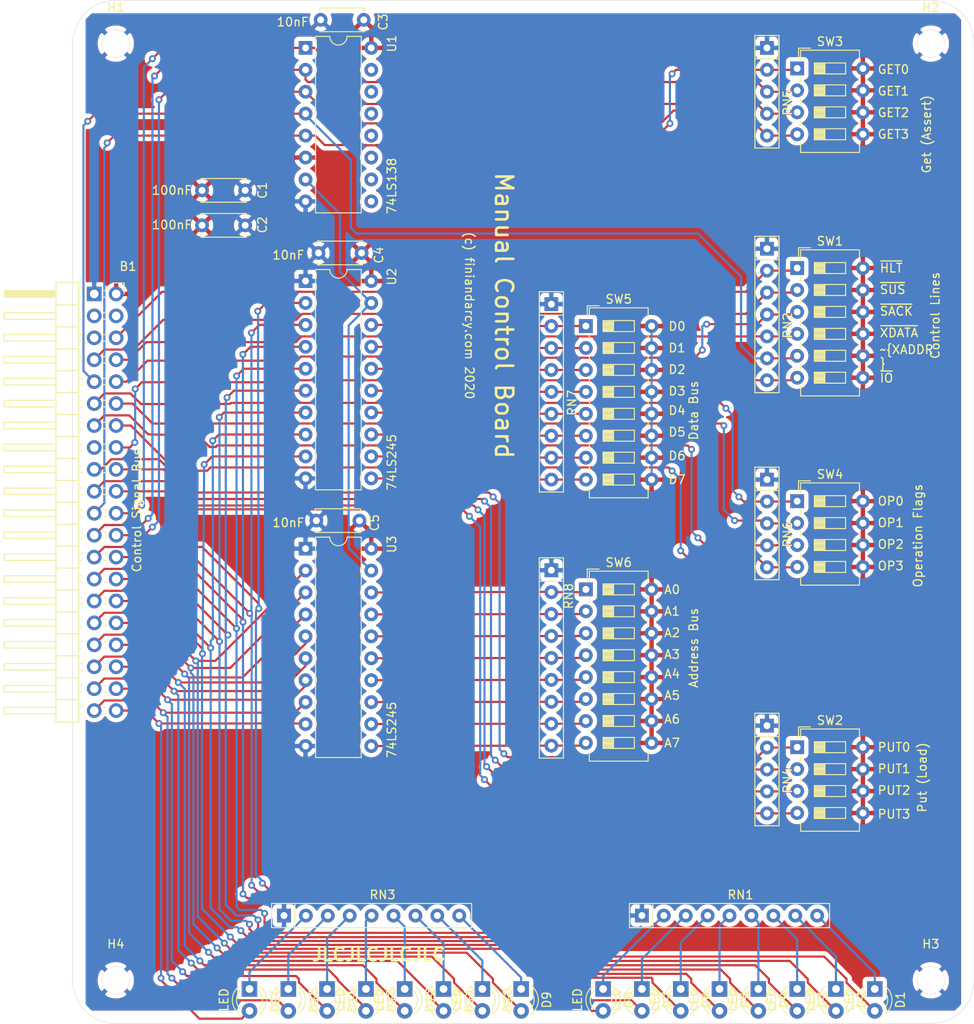
<source format=kicad_pcb>
(kicad_pcb (version 20171130) (host pcbnew "(5.1.5)-3")
  (layers (0 F.Cu signal) (31 B.Cu signal) (34 B.Paste user) (35 F.Paste user) (36 B.SilkS user) (37 F.SilkS user) (38 B.Mask user) (39 F.Mask user) (44 Edge.Cuts user))
  (net 0 "")
  (net 1 /A7)
  (net 2 /A6)
  (net 3 /A5)
  (net 4 /A4)
  (net 5 /A3)
  (net 6 /A2)
  (net 7 /A1)
  (net 8 /A0)
  (net 9 /D7)
  (net 10 /D6)
  (net 11 /D5)
  (net 12 /D4)
  (net 13 /D3)
  (net 14 /D2)
  (net 15 /D1)
  (net 16 /D0)
  (net 17 /GET3)
  (net 18 /GET2)
  (net 19 /GET1)
  (net 20 /GET0)
  (net 21 /PUT3)
  (net 22 /PUT2)
  (net 23 /PUT1)
  (net 24 /PUT0)
  (net 25 /~IO)
  (net 26 "Net-(B1-Pad15)")
  (net 27 /OP3)
  (net 28 /OP2)
  (net 29 /OP1)
  (net 30 /OP0)
  (net 31 /~SACK)
  (net 32 /~XADDR)
  (net 33 /~XDATA)
  (net 34 /~SUS)
  (net 35 /~HLT)
  (net 36 "Net-(B1-Pad5)")
  (net 37 "Net-(B1-Pad4)")
  (net 38 "Net-(B1-Pad3)")
  (net 39 VCC)
  (net 40 GND)
  (net 41 "Net-(D1-Pad1)")
  (net 42 "Net-(D2-Pad1)")
  (net 43 "Net-(D3-Pad1)")
  (net 44 "Net-(D4-Pad1)")
  (net 45 "Net-(D5-Pad1)")
  (net 46 "Net-(D6-Pad1)")
  (net 47 "Net-(D7-Pad1)")
  (net 48 "Net-(D8-Pad1)")
  (net 49 "Net-(D9-Pad1)")
  (net 50 "Net-(D10-Pad1)")
  (net 51 "Net-(D11-Pad1)")
  (net 52 "Net-(D12-Pad1)")
  (net 53 "Net-(D13-Pad1)")
  (net 54 "Net-(D14-Pad1)")
  (net 55 "Net-(D15-Pad1)")
  (net 56 "Net-(D16-Pad1)")
  (net 57 "Net-(U1-Pad15)")
  (net 58 /~Get)
  (net 59 "Net-(U1-Pad14)")
  (net 60 "Net-(U1-Pad13)")
  (net 61 "Net-(U1-Pad12)")
  (net 62 "Net-(U1-Pad11)")
  (net 63 "Net-(U1-Pad10)")
  (net 64 "Net-(U1-Pad9)")
  (net 65 "Net-(RN7-Pad9)")
  (net 66 "Net-(RN7-Pad8)")
  (net 67 "Net-(RN7-Pad7)")
  (net 68 "Net-(RN7-Pad6)")
  (net 69 "Net-(RN7-Pad5)")
  (net 70 "Net-(RN7-Pad4)")
  (net 71 "Net-(RN7-Pad3)")
  (net 72 "Net-(RN7-Pad2)")
  (net 73 "Net-(RN8-Pad9)")
  (net 74 "Net-(RN8-Pad8)")
  (net 75 "Net-(RN8-Pad7)")
  (net 76 "Net-(RN8-Pad6)")
  (net 77 "Net-(RN8-Pad5)")
  (net 78 "Net-(RN8-Pad4)")
  (net 79 "Net-(RN8-Pad3)")
  (net 80 "Net-(RN8-Pad2)")
  (module Capacitor_THT:C_Disc_D5.0mm_W2.5mm_P5.00mm (layer F.Cu) (at 72.25 88.75)
    (fp_text reference C5 (at 6.75 0.25 -90) (layer F.SilkS))
    (fp_text value 10nF (at -3.25 0.25) (layer F.SilkS))
    (pad 2 thru_hole circle (at 5 0) (size 1.6 1.6) (drill 0.8) (layers *.Cu *.Mask) (net 39 VCC))
    (pad 1 thru_hole circle (at 0 0) (size 1.6 1.6) (drill 0.8) (layers *.Cu *.Mask) (net 40 GND))
  )
  (module Capacitor_THT:C_Disc_D5.0mm_W2.5mm_P5.00mm (layer F.Cu) (at 72.5 57.75)
    (fp_text reference C4 (at 7 0.25 -90) (layer F.SilkS))
    (fp_text value 10nF (at -3.5 0.25) (layer F.SilkS))
    (pad 2 thru_hole circle (at 5 0) (size 1.6 1.6) (drill 0.8) (layers *.Cu *.Mask) (net 39 VCC))
    (pad 1 thru_hole circle (at 0 0) (size 1.6 1.6) (drill 0.8) (layers *.Cu *.Mask) (net 40 GND))
  )
  (module Capacitor_THT:C_Disc_D5.0mm_W2.5mm_P5.00mm (layer F.Cu) (at 72.75 30.75)
    (fp_text reference C3 (at 7.25 0.25 -90) (layer F.SilkS))
    (fp_text value 10nF (at -3.25 0.25) (layer F.SilkS))
    (pad 2 thru_hole circle (at 5 0) (size 1.6 1.6) (drill 0.8) (layers *.Cu *.Mask) (net 39 VCC))
    (pad 1 thru_hole circle (at 0 0) (size 1.6 1.6) (drill 0.8) (layers *.Cu *.Mask) (net 40 GND))
  )
  (module Capacitor_THT:C_Disc_D5.0mm_W2.5mm_P5.00mm (layer F.Cu) (at 59 54.55)
    (fp_text reference C2 (at 7 -0.05 -90) (layer F.SilkS))
    (fp_text value 100nF (at -3.5 -0.05) (layer F.SilkS))
    (pad 2 thru_hole circle (at 5 0) (size 1.6 1.6) (drill 0.8) (layers *.Cu *.Mask) (net 40 GND))
    (pad 1 thru_hole circle (at 0 0) (size 1.6 1.6) (drill 0.8) (layers *.Cu *.Mask) (net 39 VCC))
  )
  (module Capacitor_THT:C_Disc_D5.0mm_W2.5mm_P5.00mm (layer F.Cu) (at 59 50.5)
    (fp_text reference C1 (at 7 0 -90) (layer F.SilkS))
    (fp_text value 100nF (at -3.5 0) (layer F.SilkS))
    (pad 2 thru_hole circle (at 5 0) (size 1.6 1.6) (drill 0.8) (layers *.Cu *.Mask) (net 40 GND))
    (pad 1 thru_hole circle (at 0 0) (size 1.6 1.6) (drill 0.8) (layers *.Cu *.Mask) (net 39 VCC))
  )
  (module MountingHole:MountingHole_3.2mm_M3 (layer F.Cu) (at 49 142)
    (fp_text reference H4 (at 0 -4.2) (layer F.SilkS))
    (fp_text value H)
    (pad 1 thru_hole circle (at 0 0) (size 3.2 3.2) (drill 3.2) (layers *.Cu *.Mask) (net 40 GND))
  )
  (module MountingHole:MountingHole_3.2mm_M3 (layer F.Cu) (at 143.5 142)
    (fp_text reference H3 (at 0 -4.2) (layer F.SilkS))
    (fp_text value H)
    (pad 1 thru_hole circle (at 0 0) (size 3.2 3.2) (drill 3.2) (layers *.Cu *.Mask) (net 40 GND))
  )
  (module MountingHole:MountingHole_3.2mm_M3 (layer F.Cu) (at 143.5 33.5)
    (fp_text reference H2 (at 0 -4.2) (layer F.SilkS))
    (fp_text value H)
    (pad 1 thru_hole circle (at 0 0) (size 3.2 3.2) (drill 3.2) (layers *.Cu *.Mask) (net 40 GND))
  )
  (module MountingHole:MountingHole_3.2mm_M3 (layer F.Cu) (at 49 33.5)
    (fp_text reference H1 (at 0 -4.2) (layer F.SilkS))
    (fp_text value H)
    (pad 1 thru_hole circle (at 0 0) (size 3.2 3.2) (drill 3.2) (layers *.Cu *.Mask) (net 40 GND))
  )
  (module Resistor_THT:R_Array_SIP9 (layer F.Cu) (at 99.5 94.5 270)
    (fp_text reference RN8 (at 3 -2 90) (layer F.SilkS))
    (fp_text value 1K)
    (pad 9 thru_hole oval (at 20.32 0 270) (size 1.6 1.6) (drill 0.8) (layers *.Cu *.Mask) (net 73 "Net-(RN8-Pad9)"))
    (pad 8 thru_hole oval (at 17.78 0 270) (size 1.6 1.6) (drill 0.8) (layers *.Cu *.Mask) (net 74 "Net-(RN8-Pad8)"))
    (pad 7 thru_hole oval (at 15.24 0 270) (size 1.6 1.6) (drill 0.8) (layers *.Cu *.Mask) (net 75 "Net-(RN8-Pad7)"))
    (pad 6 thru_hole oval (at 12.7 0 270) (size 1.6 1.6) (drill 0.8) (layers *.Cu *.Mask) (net 76 "Net-(RN8-Pad6)"))
    (pad 5 thru_hole oval (at 10.16 0 270) (size 1.6 1.6) (drill 0.8) (layers *.Cu *.Mask) (net 77 "Net-(RN8-Pad5)"))
    (pad 4 thru_hole oval (at 7.62 0 270) (size 1.6 1.6) (drill 0.8) (layers *.Cu *.Mask) (net 78 "Net-(RN8-Pad4)"))
    (pad 3 thru_hole oval (at 5.08 0 270) (size 1.6 1.6) (drill 0.8) (layers *.Cu *.Mask) (net 79 "Net-(RN8-Pad3)"))
    (pad 2 thru_hole oval (at 2.54 0 270) (size 1.6 1.6) (drill 0.8) (layers *.Cu *.Mask) (net 80 "Net-(RN8-Pad2)"))
    (pad 1 thru_hole rect (at 0 0 270) (size 1.6 1.6) (drill 0.8) (layers *.Cu *.Mask) (net 40 GND))
  )
  (module Resistor_THT:R_Array_SIP9 (layer F.Cu) (at 99.5 63.68 270)
    (fp_text reference RN7 (at 11.43 -2.4 90) (layer F.SilkS))
    (fp_text value 1K)
    (pad 9 thru_hole oval (at 20.32 0 270) (size 1.6 1.6) (drill 0.8) (layers *.Cu *.Mask) (net 65 "Net-(RN7-Pad9)"))
    (pad 8 thru_hole oval (at 17.78 0 270) (size 1.6 1.6) (drill 0.8) (layers *.Cu *.Mask) (net 66 "Net-(RN7-Pad8)"))
    (pad 7 thru_hole oval (at 15.24 0 270) (size 1.6 1.6) (drill 0.8) (layers *.Cu *.Mask) (net 67 "Net-(RN7-Pad7)"))
    (pad 6 thru_hole oval (at 12.7 0 270) (size 1.6 1.6) (drill 0.8) (layers *.Cu *.Mask) (net 68 "Net-(RN7-Pad6)"))
    (pad 5 thru_hole oval (at 10.16 0 270) (size 1.6 1.6) (drill 0.8) (layers *.Cu *.Mask) (net 69 "Net-(RN7-Pad5)"))
    (pad 4 thru_hole oval (at 7.62 0 270) (size 1.6 1.6) (drill 0.8) (layers *.Cu *.Mask) (net 70 "Net-(RN7-Pad4)"))
    (pad 3 thru_hole oval (at 5.08 0 270) (size 1.6 1.6) (drill 0.8) (layers *.Cu *.Mask) (net 71 "Net-(RN7-Pad3)"))
    (pad 2 thru_hole oval (at 2.54 0 270) (size 1.6 1.6) (drill 0.8) (layers *.Cu *.Mask) (net 72 "Net-(RN7-Pad2)"))
    (pad 1 thru_hole rect (at 0 0 270) (size 1.6 1.6) (drill 0.8) (layers *.Cu *.Mask) (net 40 GND))
  )
  (module Resistor_THT:R_Array_SIP5 (layer F.Cu) (at 124.5 84 270)
    (fp_text reference RN6 (at 6.35 -2.4 90) (layer F.SilkS))
    (fp_text value 1K)
    (pad 5 thru_hole oval (at 10.16 0 270) (size 1.6 1.6) (drill 0.8) (layers *.Cu *.Mask) (net 27 /OP3))
    (pad 4 thru_hole oval (at 7.62 0 270) (size 1.6 1.6) (drill 0.8) (layers *.Cu *.Mask) (net 28 /OP2))
    (pad 3 thru_hole oval (at 5.08 0 270) (size 1.6 1.6) (drill 0.8) (layers *.Cu *.Mask) (net 29 /OP1))
    (pad 2 thru_hole oval (at 2.54 0 270) (size 1.6 1.6) (drill 0.8) (layers *.Cu *.Mask) (net 30 /OP0))
    (pad 1 thru_hole rect (at 0 0 270) (size 1.6 1.6) (drill 0.8) (layers *.Cu *.Mask) (net 40 GND))
  )
  (module Resistor_THT:R_Array_SIP5 (layer F.Cu) (at 124.5 34 270)
    (fp_text reference RN5 (at 6.35 -2.4 90) (layer F.SilkS))
    (fp_text value 1K)
    (pad 5 thru_hole oval (at 10.16 0 270) (size 1.6 1.6) (drill 0.8) (layers *.Cu *.Mask) (net 17 /GET3))
    (pad 4 thru_hole oval (at 7.62 0 270) (size 1.6 1.6) (drill 0.8) (layers *.Cu *.Mask) (net 18 /GET2))
    (pad 3 thru_hole oval (at 5.08 0 270) (size 1.6 1.6) (drill 0.8) (layers *.Cu *.Mask) (net 19 /GET1))
    (pad 2 thru_hole oval (at 2.54 0 270) (size 1.6 1.6) (drill 0.8) (layers *.Cu *.Mask) (net 20 /GET0))
    (pad 1 thru_hole rect (at 0 0 270) (size 1.6 1.6) (drill 0.8) (layers *.Cu *.Mask) (net 40 GND))
  )
  (module Resistor_THT:R_Array_SIP5 (layer F.Cu) (at 124.5 112.5 270)
    (fp_text reference RN4 (at 6.35 -2.4 90) (layer F.SilkS))
    (fp_text value 1K)
    (pad 5 thru_hole oval (at 10.16 0 270) (size 1.6 1.6) (drill 0.8) (layers *.Cu *.Mask) (net 21 /PUT3))
    (pad 4 thru_hole oval (at 7.62 0 270) (size 1.6 1.6) (drill 0.8) (layers *.Cu *.Mask) (net 22 /PUT2))
    (pad 3 thru_hole oval (at 5.08 0 270) (size 1.6 1.6) (drill 0.8) (layers *.Cu *.Mask) (net 23 /PUT1))
    (pad 2 thru_hole oval (at 2.54 0 270) (size 1.6 1.6) (drill 0.8) (layers *.Cu *.Mask) (net 24 /PUT0))
    (pad 1 thru_hole rect (at 0 0 270) (size 1.6 1.6) (drill 0.8) (layers *.Cu *.Mask) (net 40 GND))
  )
  (module Resistor_THT:R_Array_SIP9 (layer F.Cu) (at 68.5 134.5)
    (fp_text reference RN3 (at 11.43 -2.4) (layer F.SilkS))
    (fp_text value 1K)
    (pad 9 thru_hole oval (at 20.32 0) (size 1.6 1.6) (drill 0.8) (layers *.Cu *.Mask) (net 49 "Net-(D9-Pad1)"))
    (pad 8 thru_hole oval (at 17.78 0) (size 1.6 1.6) (drill 0.8) (layers *.Cu *.Mask) (net 50 "Net-(D10-Pad1)"))
    (pad 7 thru_hole oval (at 15.24 0) (size 1.6 1.6) (drill 0.8) (layers *.Cu *.Mask) (net 51 "Net-(D11-Pad1)"))
    (pad 6 thru_hole oval (at 12.7 0) (size 1.6 1.6) (drill 0.8) (layers *.Cu *.Mask) (net 52 "Net-(D12-Pad1)"))
    (pad 5 thru_hole oval (at 10.16 0) (size 1.6 1.6) (drill 0.8) (layers *.Cu *.Mask) (net 53 "Net-(D13-Pad1)"))
    (pad 4 thru_hole oval (at 7.62 0) (size 1.6 1.6) (drill 0.8) (layers *.Cu *.Mask) (net 54 "Net-(D14-Pad1)"))
    (pad 3 thru_hole oval (at 5.08 0) (size 1.6 1.6) (drill 0.8) (layers *.Cu *.Mask) (net 55 "Net-(D15-Pad1)"))
    (pad 2 thru_hole oval (at 2.54 0) (size 1.6 1.6) (drill 0.8) (layers *.Cu *.Mask) (net 56 "Net-(D16-Pad1)"))
    (pad 1 thru_hole rect (at 0 0) (size 1.6 1.6) (drill 0.8) (layers *.Cu *.Mask) (net 40 GND))
  )
  (module Resistor_THT:R_Array_SIP7 (layer F.Cu) (at 124.5 57.26 270)
    (fp_text reference RN2 (at 8.89 -2.4 90) (layer F.SilkS))
    (fp_text value 1K)
    (pad 7 thru_hole oval (at 15.24 0 270) (size 1.6 1.6) (drill 0.8) (layers *.Cu *.Mask) (net 25 /~IO))
    (pad 6 thru_hole oval (at 12.7 0 270) (size 1.6 1.6) (drill 0.8) (layers *.Cu *.Mask) (net 32 /~XADDR))
    (pad 5 thru_hole oval (at 10.16 0 270) (size 1.6 1.6) (drill 0.8) (layers *.Cu *.Mask) (net 33 /~XDATA))
    (pad 4 thru_hole oval (at 7.62 0 270) (size 1.6 1.6) (drill 0.8) (layers *.Cu *.Mask) (net 31 /~SACK))
    (pad 3 thru_hole oval (at 5.08 0 270) (size 1.6 1.6) (drill 0.8) (layers *.Cu *.Mask) (net 34 /~SUS))
    (pad 2 thru_hole oval (at 2.54 0 270) (size 1.6 1.6) (drill 0.8) (layers *.Cu *.Mask) (net 35 /~HLT))
    (pad 1 thru_hole rect (at 0 0 270) (size 1.6 1.6) (drill 0.8) (layers *.Cu *.Mask) (net 40 GND))
  )
  (module Resistor_THT:R_Array_SIP9 (layer F.Cu) (at 110 134.5)
    (fp_text reference RN1 (at 11.43 -2.4) (layer F.SilkS))
    (fp_text value 1K)
    (pad 9 thru_hole oval (at 20.32 0) (size 1.6 1.6) (drill 0.8) (layers *.Cu *.Mask) (net 41 "Net-(D1-Pad1)"))
    (pad 8 thru_hole oval (at 17.78 0) (size 1.6 1.6) (drill 0.8) (layers *.Cu *.Mask) (net 42 "Net-(D2-Pad1)"))
    (pad 7 thru_hole oval (at 15.24 0) (size 1.6 1.6) (drill 0.8) (layers *.Cu *.Mask) (net 43 "Net-(D3-Pad1)"))
    (pad 6 thru_hole oval (at 12.7 0) (size 1.6 1.6) (drill 0.8) (layers *.Cu *.Mask) (net 44 "Net-(D4-Pad1)"))
    (pad 5 thru_hole oval (at 10.16 0) (size 1.6 1.6) (drill 0.8) (layers *.Cu *.Mask) (net 45 "Net-(D5-Pad1)"))
    (pad 4 thru_hole oval (at 7.62 0) (size 1.6 1.6) (drill 0.8) (layers *.Cu *.Mask) (net 46 "Net-(D6-Pad1)"))
    (pad 3 thru_hole oval (at 5.08 0) (size 1.6 1.6) (drill 0.8) (layers *.Cu *.Mask) (net 47 "Net-(D7-Pad1)"))
    (pad 2 thru_hole oval (at 2.54 0) (size 1.6 1.6) (drill 0.8) (layers *.Cu *.Mask) (net 48 "Net-(D8-Pad1)"))
    (pad 1 thru_hole rect (at 0 0) (size 1.6 1.6) (drill 0.8) (layers *.Cu *.Mask) (net 40 GND))
  )
  (module LED_THT:LED_D3.0mm (layer F.Cu) (at 69 143 270)
    (fp_text reference D15 (at 1.27 -2.96 90) (layer F.SilkS))
    (fp_text value LED)
    (pad 2 thru_hole circle (at 2.54 0 270) (size 1.8 1.8) (drill 0.9) (layers *.Cu *.Mask) (net 2 /A6))
    (pad 1 thru_hole rect (at 0 0 270) (size 1.8 1.8) (drill 0.9) (layers *.Cu *.Mask) (net 55 "Net-(D15-Pad1)"))
  )
  (module LED_THT:LED_D3.0mm (layer F.Cu) (at 73.5 143 270)
    (fp_text reference D14 (at 1.27 -2.96 90) (layer F.SilkS))
    (fp_text value LED)
    (pad 2 thru_hole circle (at 2.54 0 270) (size 1.8 1.8) (drill 0.9) (layers *.Cu *.Mask) (net 3 /A5))
    (pad 1 thru_hole rect (at 0 0 270) (size 1.8 1.8) (drill 0.9) (layers *.Cu *.Mask) (net 54 "Net-(D14-Pad1)"))
  )
  (module LED_THT:LED_D3.0mm (layer F.Cu) (at 87 143 270)
    (fp_text reference D11 (at 1.27 -2.96 90) (layer F.SilkS))
    (fp_text value LED)
    (pad 2 thru_hole circle (at 2.54 0 270) (size 1.8 1.8) (drill 0.9) (layers *.Cu *.Mask) (net 6 /A2))
    (pad 1 thru_hole rect (at 0 0 270) (size 1.8 1.8) (drill 0.9) (layers *.Cu *.Mask) (net 51 "Net-(D11-Pad1)"))
  )
  (module LED_THT:LED_D3.0mm (layer F.Cu) (at 96 143 270)
    (fp_text reference D9 (at 1.27 -2.96 90) (layer F.SilkS))
    (fp_text value LED)
    (pad 2 thru_hole circle (at 2.54 0 270) (size 1.8 1.8) (drill 0.9) (layers *.Cu *.Mask) (net 8 /A0))
    (pad 1 thru_hole rect (at 0 0 270) (size 1.8 1.8) (drill 0.9) (layers *.Cu *.Mask) (net 49 "Net-(D9-Pad1)"))
  )
  (module Package_DIP:DIP-20_W7.62mm (layer F.Cu) (at 71 92)
    (fp_text reference U3 (at 10 -0.5 -90) (layer F.SilkS))
    (fp_text value 74LS245 (at 10 21 -90) (layer F.SilkS))
    (pad 20 thru_hole oval (at 7.62 0) (size 1.6 1.6) (drill 0.8) (layers *.Cu *.Mask) (net 39 VCC))
    (pad 10 thru_hole oval (at 0 22.86) (size 1.6 1.6) (drill 0.8) (layers *.Cu *.Mask) (net 40 GND))
    (pad 19 thru_hole oval (at 7.62 2.54) (size 1.6 1.6) (drill 0.8) (layers *.Cu *.Mask) (net 58 /~Get))
    (pad 9 thru_hole oval (at 0 20.32) (size 1.6 1.6) (drill 0.8) (layers *.Cu *.Mask) (net 1 /A7))
    (pad 18 thru_hole oval (at 7.62 5.08) (size 1.6 1.6) (drill 0.8) (layers *.Cu *.Mask) (net 80 "Net-(RN8-Pad2)"))
    (pad 8 thru_hole oval (at 0 17.78) (size 1.6 1.6) (drill 0.8) (layers *.Cu *.Mask) (net 2 /A6))
    (pad 17 thru_hole oval (at 7.62 7.62) (size 1.6 1.6) (drill 0.8) (layers *.Cu *.Mask) (net 79 "Net-(RN8-Pad3)"))
    (pad 7 thru_hole oval (at 0 15.24) (size 1.6 1.6) (drill 0.8) (layers *.Cu *.Mask) (net 3 /A5))
    (pad 16 thru_hole oval (at 7.62 10.16) (size 1.6 1.6) (drill 0.8) (layers *.Cu *.Mask) (net 78 "Net-(RN8-Pad4)"))
    (pad 6 thru_hole oval (at 0 12.7) (size 1.6 1.6) (drill 0.8) (layers *.Cu *.Mask) (net 4 /A4))
    (pad 15 thru_hole oval (at 7.62 12.7) (size 1.6 1.6) (drill 0.8) (layers *.Cu *.Mask) (net 77 "Net-(RN8-Pad5)"))
    (pad 5 thru_hole oval (at 0 10.16) (size 1.6 1.6) (drill 0.8) (layers *.Cu *.Mask) (net 5 /A3))
    (pad 14 thru_hole oval (at 7.62 15.24) (size 1.6 1.6) (drill 0.8) (layers *.Cu *.Mask) (net 76 "Net-(RN8-Pad6)"))
    (pad 4 thru_hole oval (at 0 7.62) (size 1.6 1.6) (drill 0.8) (layers *.Cu *.Mask) (net 6 /A2))
    (pad 13 thru_hole oval (at 7.62 17.78) (size 1.6 1.6) (drill 0.8) (layers *.Cu *.Mask) (net 75 "Net-(RN8-Pad7)"))
    (pad 3 thru_hole oval (at 0 5.08) (size 1.6 1.6) (drill 0.8) (layers *.Cu *.Mask) (net 7 /A1))
    (pad 12 thru_hole oval (at 7.62 20.32) (size 1.6 1.6) (drill 0.8) (layers *.Cu *.Mask) (net 74 "Net-(RN8-Pad8)"))
    (pad 2 thru_hole oval (at 0 2.54) (size 1.6 1.6) (drill 0.8) (layers *.Cu *.Mask) (net 8 /A0))
    (pad 11 thru_hole oval (at 7.62 22.86) (size 1.6 1.6) (drill 0.8) (layers *.Cu *.Mask) (net 73 "Net-(RN8-Pad9)"))
    (pad 1 thru_hole rect (at 0 0) (size 1.6 1.6) (drill 0.8) (layers *.Cu *.Mask) (net 40 GND))
  )
  (module Package_DIP:DIP-20_W7.62mm (layer F.Cu) (at 71 61)
    (fp_text reference U2 (at 10 -0.5 -90) (layer F.SilkS))
    (fp_text value 74LS245 (at 10 21 -90) (layer F.SilkS))
    (pad 20 thru_hole oval (at 7.62 0) (size 1.6 1.6) (drill 0.8) (layers *.Cu *.Mask) (net 39 VCC))
    (pad 10 thru_hole oval (at 0 22.86) (size 1.6 1.6) (drill 0.8) (layers *.Cu *.Mask) (net 40 GND))
    (pad 19 thru_hole oval (at 7.62 2.54) (size 1.6 1.6) (drill 0.8) (layers *.Cu *.Mask) (net 58 /~Get))
    (pad 9 thru_hole oval (at 0 20.32) (size 1.6 1.6) (drill 0.8) (layers *.Cu *.Mask) (net 9 /D7))
    (pad 18 thru_hole oval (at 7.62 5.08) (size 1.6 1.6) (drill 0.8) (layers *.Cu *.Mask) (net 72 "Net-(RN7-Pad2)"))
    (pad 8 thru_hole oval (at 0 17.78) (size 1.6 1.6) (drill 0.8) (layers *.Cu *.Mask) (net 10 /D6))
    (pad 17 thru_hole oval (at 7.62 7.62) (size 1.6 1.6) (drill 0.8) (layers *.Cu *.Mask) (net 71 "Net-(RN7-Pad3)"))
    (pad 7 thru_hole oval (at 0 15.24) (size 1.6 1.6) (drill 0.8) (layers *.Cu *.Mask) (net 11 /D5))
    (pad 16 thru_hole oval (at 7.62 10.16) (size 1.6 1.6) (drill 0.8) (layers *.Cu *.Mask) (net 70 "Net-(RN7-Pad4)"))
    (pad 6 thru_hole oval (at 0 12.7) (size 1.6 1.6) (drill 0.8) (layers *.Cu *.Mask) (net 12 /D4))
    (pad 15 thru_hole oval (at 7.62 12.7) (size 1.6 1.6) (drill 0.8) (layers *.Cu *.Mask) (net 69 "Net-(RN7-Pad5)"))
    (pad 5 thru_hole oval (at 0 10.16) (size 1.6 1.6) (drill 0.8) (layers *.Cu *.Mask) (net 13 /D3))
    (pad 14 thru_hole oval (at 7.62 15.24) (size 1.6 1.6) (drill 0.8) (layers *.Cu *.Mask) (net 68 "Net-(RN7-Pad6)"))
    (pad 4 thru_hole oval (at 0 7.62) (size 1.6 1.6) (drill 0.8) (layers *.Cu *.Mask) (net 14 /D2))
    (pad 13 thru_hole oval (at 7.62 17.78) (size 1.6 1.6) (drill 0.8) (layers *.Cu *.Mask) (net 67 "Net-(RN7-Pad7)"))
    (pad 3 thru_hole oval (at 0 5.08) (size 1.6 1.6) (drill 0.8) (layers *.Cu *.Mask) (net 15 /D1))
    (pad 12 thru_hole oval (at 7.62 20.32) (size 1.6 1.6) (drill 0.8) (layers *.Cu *.Mask) (net 66 "Net-(RN7-Pad8)"))
    (pad 2 thru_hole oval (at 0 2.54) (size 1.6 1.6) (drill 0.8) (layers *.Cu *.Mask) (net 16 /D0))
    (pad 11 thru_hole oval (at 7.62 22.86) (size 1.6 1.6) (drill 0.8) (layers *.Cu *.Mask) (net 65 "Net-(RN7-Pad9)"))
    (pad 1 thru_hole rect (at 0 0) (size 1.6 1.6) (drill 0.8) (layers *.Cu *.Mask) (net 40 GND))
  )
  (module Package_DIP:DIP-16_W7.62mm (layer F.Cu) (at 71 34)
    (fp_text reference U1 (at 10 -0.5 -90) (layer F.SilkS))
    (fp_text value 74LS138 (at 10 16 -90) (layer F.SilkS))
    (pad 16 thru_hole oval (at 7.62 0) (size 1.6 1.6) (drill 0.8) (layers *.Cu *.Mask) (net 39 VCC))
    (pad 8 thru_hole oval (at 0 17.78) (size 1.6 1.6) (drill 0.8) (layers *.Cu *.Mask) (net 40 GND))
    (pad 15 thru_hole oval (at 7.62 2.54) (size 1.6 1.6) (drill 0.8) (layers *.Cu *.Mask) (net 57 "Net-(U1-Pad15)"))
    (pad 7 thru_hole oval (at 0 15.24) (size 1.6 1.6) (drill 0.8) (layers *.Cu *.Mask) (net 58 /~Get))
    (pad 14 thru_hole oval (at 7.62 5.08) (size 1.6 1.6) (drill 0.8) (layers *.Cu *.Mask) (net 59 "Net-(U1-Pad14)"))
    (pad 6 thru_hole oval (at 0 12.7) (size 1.6 1.6) (drill 0.8) (layers *.Cu *.Mask) (net 39 VCC))
    (pad 13 thru_hole oval (at 7.62 7.62) (size 1.6 1.6) (drill 0.8) (layers *.Cu *.Mask) (net 60 "Net-(U1-Pad13)"))
    (pad 5 thru_hole oval (at 0 10.16) (size 1.6 1.6) (drill 0.8) (layers *.Cu *.Mask) (net 20 /GET0))
    (pad 12 thru_hole oval (at 7.62 10.16) (size 1.6 1.6) (drill 0.8) (layers *.Cu *.Mask) (net 61 "Net-(U1-Pad12)"))
    (pad 4 thru_hole oval (at 0 7.62) (size 1.6 1.6) (drill 0.8) (layers *.Cu *.Mask) (net 32 /~XADDR))
    (pad 11 thru_hole oval (at 7.62 12.7) (size 1.6 1.6) (drill 0.8) (layers *.Cu *.Mask) (net 62 "Net-(U1-Pad11)"))
    (pad 3 thru_hole oval (at 0 5.08) (size 1.6 1.6) (drill 0.8) (layers *.Cu *.Mask) (net 17 /GET3))
    (pad 10 thru_hole oval (at 7.62 15.24) (size 1.6 1.6) (drill 0.8) (layers *.Cu *.Mask) (net 63 "Net-(U1-Pad10)"))
    (pad 2 thru_hole oval (at 0 2.54) (size 1.6 1.6) (drill 0.8) (layers *.Cu *.Mask) (net 18 /GET2))
    (pad 9 thru_hole oval (at 7.62 17.78) (size 1.6 1.6) (drill 0.8) (layers *.Cu *.Mask) (net 64 "Net-(U1-Pad9)"))
    (pad 1 thru_hole rect (at 0 0) (size 1.6 1.6) (drill 0.8) (layers *.Cu *.Mask) (net 19 /GET1))
  )
  (module Button_Switch_THT:SW_DIP_SPSTx08_Slide_6.7x21.88mm_W7.62mm_P2.54mm_LowProfile (layer F.Cu) (at 103.5 96.72)
    (fp_text reference SW6 (at 3.81 -3.11) (layer F.SilkS))
    (fp_text value "Address Bus" (at 12.5 6.78 -90) (layer F.SilkS))
    (pad 16 thru_hole oval (at 7.62 0) (size 1.6 1.6) (drill 0.8) (layers *.Cu *.Mask) (net 39 VCC))
    (pad 8 thru_hole oval (at 0 17.78) (size 1.6 1.6) (drill 0.8) (layers *.Cu *.Mask) (net 73 "Net-(RN8-Pad9)"))
    (pad 15 thru_hole oval (at 7.62 2.54) (size 1.6 1.6) (drill 0.8) (layers *.Cu *.Mask) (net 39 VCC))
    (pad 7 thru_hole oval (at 0 15.24) (size 1.6 1.6) (drill 0.8) (layers *.Cu *.Mask) (net 74 "Net-(RN8-Pad8)"))
    (pad 14 thru_hole oval (at 7.62 5.08) (size 1.6 1.6) (drill 0.8) (layers *.Cu *.Mask) (net 39 VCC))
    (pad 6 thru_hole oval (at 0 12.7) (size 1.6 1.6) (drill 0.8) (layers *.Cu *.Mask) (net 75 "Net-(RN8-Pad7)"))
    (pad 13 thru_hole oval (at 7.62 7.62) (size 1.6 1.6) (drill 0.8) (layers *.Cu *.Mask) (net 39 VCC))
    (pad 5 thru_hole oval (at 0 10.16) (size 1.6 1.6) (drill 0.8) (layers *.Cu *.Mask) (net 76 "Net-(RN8-Pad6)"))
    (pad 12 thru_hole oval (at 7.62 10.16) (size 1.6 1.6) (drill 0.8) (layers *.Cu *.Mask) (net 39 VCC))
    (pad 4 thru_hole oval (at 0 7.62) (size 1.6 1.6) (drill 0.8) (layers *.Cu *.Mask) (net 77 "Net-(RN8-Pad5)"))
    (pad 11 thru_hole oval (at 7.62 12.7) (size 1.6 1.6) (drill 0.8) (layers *.Cu *.Mask) (net 39 VCC))
    (pad 3 thru_hole oval (at 0 5.08) (size 1.6 1.6) (drill 0.8) (layers *.Cu *.Mask) (net 78 "Net-(RN8-Pad4)"))
    (pad 10 thru_hole oval (at 7.62 15.24) (size 1.6 1.6) (drill 0.8) (layers *.Cu *.Mask) (net 39 VCC))
    (pad 2 thru_hole oval (at 0 2.54) (size 1.6 1.6) (drill 0.8) (layers *.Cu *.Mask) (net 79 "Net-(RN8-Pad3)"))
    (pad 9 thru_hole oval (at 7.62 17.78) (size 1.6 1.6) (drill 0.8) (layers *.Cu *.Mask) (net 39 VCC))
    (pad 1 thru_hole rect (at 0 0) (size 1.6 1.6) (drill 0.8) (layers *.Cu *.Mask) (net 80 "Net-(RN8-Pad2)"))
  )
  (module Button_Switch_THT:SW_DIP_SPSTx08_Slide_6.7x21.88mm_W7.62mm_P2.54mm_LowProfile (layer F.Cu) (at 103.5 66.22)
    (fp_text reference SW5 (at 3.81 -3.11) (layer F.SilkS))
    (fp_text value "Data Bus" (at 12.5 9.78 -90) (layer F.SilkS))
    (pad 16 thru_hole oval (at 7.62 0) (size 1.6 1.6) (drill 0.8) (layers *.Cu *.Mask) (net 39 VCC))
    (pad 8 thru_hole oval (at 0 17.78) (size 1.6 1.6) (drill 0.8) (layers *.Cu *.Mask) (net 65 "Net-(RN7-Pad9)"))
    (pad 15 thru_hole oval (at 7.62 2.54) (size 1.6 1.6) (drill 0.8) (layers *.Cu *.Mask) (net 39 VCC))
    (pad 7 thru_hole oval (at 0 15.24) (size 1.6 1.6) (drill 0.8) (layers *.Cu *.Mask) (net 66 "Net-(RN7-Pad8)"))
    (pad 14 thru_hole oval (at 7.62 5.08) (size 1.6 1.6) (drill 0.8) (layers *.Cu *.Mask) (net 39 VCC))
    (pad 6 thru_hole oval (at 0 12.7) (size 1.6 1.6) (drill 0.8) (layers *.Cu *.Mask) (net 67 "Net-(RN7-Pad7)"))
    (pad 13 thru_hole oval (at 7.62 7.62) (size 1.6 1.6) (drill 0.8) (layers *.Cu *.Mask) (net 39 VCC))
    (pad 5 thru_hole oval (at 0 10.16) (size 1.6 1.6) (drill 0.8) (layers *.Cu *.Mask) (net 68 "Net-(RN7-Pad6)"))
    (pad 12 thru_hole oval (at 7.62 10.16) (size 1.6 1.6) (drill 0.8) (layers *.Cu *.Mask) (net 39 VCC))
    (pad 4 thru_hole oval (at 0 7.62) (size 1.6 1.6) (drill 0.8) (layers *.Cu *.Mask) (net 69 "Net-(RN7-Pad5)"))
    (pad 11 thru_hole oval (at 7.62 12.7) (size 1.6 1.6) (drill 0.8) (layers *.Cu *.Mask) (net 39 VCC))
    (pad 3 thru_hole oval (at 0 5.08) (size 1.6 1.6) (drill 0.8) (layers *.Cu *.Mask) (net 70 "Net-(RN7-Pad4)"))
    (pad 10 thru_hole oval (at 7.62 15.24) (size 1.6 1.6) (drill 0.8) (layers *.Cu *.Mask) (net 39 VCC))
    (pad 2 thru_hole oval (at 0 2.54) (size 1.6 1.6) (drill 0.8) (layers *.Cu *.Mask) (net 71 "Net-(RN7-Pad3)"))
    (pad 9 thru_hole oval (at 7.62 17.78) (size 1.6 1.6) (drill 0.8) (layers *.Cu *.Mask) (net 39 VCC))
    (pad 1 thru_hole rect (at 0 0) (size 1.6 1.6) (drill 0.8) (layers *.Cu *.Mask) (net 72 "Net-(RN7-Pad2)"))
  )
  (module Button_Switch_THT:SW_DIP_SPSTx04_Slide_6.7x11.72mm_W7.62mm_P2.54mm_LowProfile (layer F.Cu) (at 128 86.5)
    (fp_text reference SW4 (at 3.81 -3.11) (layer F.SilkS))
    (fp_text value "Operation Flags" (at 14 4 -90) (layer F.SilkS))
    (pad 8 thru_hole oval (at 7.62 0) (size 1.6 1.6) (drill 0.8) (layers *.Cu *.Mask) (net 39 VCC))
    (pad 4 thru_hole oval (at 0 7.62) (size 1.6 1.6) (drill 0.8) (layers *.Cu *.Mask) (net 27 /OP3))
    (pad 7 thru_hole oval (at 7.62 2.54) (size 1.6 1.6) (drill 0.8) (layers *.Cu *.Mask) (net 39 VCC))
    (pad 3 thru_hole oval (at 0 5.08) (size 1.6 1.6) (drill 0.8) (layers *.Cu *.Mask) (net 28 /OP2))
    (pad 6 thru_hole oval (at 7.62 5.08) (size 1.6 1.6) (drill 0.8) (layers *.Cu *.Mask) (net 39 VCC))
    (pad 2 thru_hole oval (at 0 2.54) (size 1.6 1.6) (drill 0.8) (layers *.Cu *.Mask) (net 29 /OP1))
    (pad 5 thru_hole oval (at 7.62 7.62) (size 1.6 1.6) (drill 0.8) (layers *.Cu *.Mask) (net 39 VCC))
    (pad 1 thru_hole rect (at 0 0) (size 1.6 1.6) (drill 0.8) (layers *.Cu *.Mask) (net 30 /OP0))
  )
  (module Button_Switch_THT:SW_DIP_SPSTx04_Slide_6.7x11.72mm_W7.62mm_P2.54mm_LowProfile (layer F.Cu) (at 128 36.38)
    (fp_text reference SW3 (at 3.81 -3.11) (layer F.SilkS))
    (fp_text value "Get (Assert)" (at 15 7.62 -90) (layer F.SilkS))
    (pad 8 thru_hole oval (at 7.62 0) (size 1.6 1.6) (drill 0.8) (layers *.Cu *.Mask) (net 39 VCC))
    (pad 4 thru_hole oval (at 0 7.62) (size 1.6 1.6) (drill 0.8) (layers *.Cu *.Mask) (net 17 /GET3))
    (pad 7 thru_hole oval (at 7.62 2.54) (size 1.6 1.6) (drill 0.8) (layers *.Cu *.Mask) (net 39 VCC))
    (pad 3 thru_hole oval (at 0 5.08) (size 1.6 1.6) (drill 0.8) (layers *.Cu *.Mask) (net 18 /GET2))
    (pad 6 thru_hole oval (at 7.62 5.08) (size 1.6 1.6) (drill 0.8) (layers *.Cu *.Mask) (net 39 VCC))
    (pad 2 thru_hole oval (at 0 2.54) (size 1.6 1.6) (drill 0.8) (layers *.Cu *.Mask) (net 19 /GET1))
    (pad 5 thru_hole oval (at 7.62 7.62) (size 1.6 1.6) (drill 0.8) (layers *.Cu *.Mask) (net 39 VCC))
    (pad 1 thru_hole rect (at 0 0) (size 1.6 1.6) (drill 0.8) (layers *.Cu *.Mask) (net 20 /GET0))
  )
  (module Button_Switch_THT:SW_DIP_SPSTx04_Slide_6.7x11.72mm_W7.62mm_P2.54mm_LowProfile (layer F.Cu) (at 128 115)
    (fp_text reference SW2 (at 3.81 -3.11) (layer F.SilkS))
    (fp_text value "Put (Load)" (at 14.5 3.5 -90) (layer F.SilkS))
    (pad 8 thru_hole oval (at 7.62 0) (size 1.6 1.6) (drill 0.8) (layers *.Cu *.Mask) (net 39 VCC))
    (pad 4 thru_hole oval (at 0 7.62) (size 1.6 1.6) (drill 0.8) (layers *.Cu *.Mask) (net 21 /PUT3))
    (pad 7 thru_hole oval (at 7.62 2.54) (size 1.6 1.6) (drill 0.8) (layers *.Cu *.Mask) (net 39 VCC))
    (pad 3 thru_hole oval (at 0 5.08) (size 1.6 1.6) (drill 0.8) (layers *.Cu *.Mask) (net 22 /PUT2))
    (pad 6 thru_hole oval (at 7.62 5.08) (size 1.6 1.6) (drill 0.8) (layers *.Cu *.Mask) (net 39 VCC))
    (pad 2 thru_hole oval (at 0 2.54) (size 1.6 1.6) (drill 0.8) (layers *.Cu *.Mask) (net 23 /PUT1))
    (pad 5 thru_hole oval (at 7.62 7.62) (size 1.6 1.6) (drill 0.8) (layers *.Cu *.Mask) (net 39 VCC))
    (pad 1 thru_hole rect (at 0 0) (size 1.6 1.6) (drill 0.8) (layers *.Cu *.Mask) (net 24 /PUT0))
  )
  (module Button_Switch_THT:SW_DIP_SPSTx06_Slide_6.7x16.8mm_W7.62mm_P2.54mm_LowProfile (layer F.Cu) (at 128 59.5)
    (fp_text reference SW1 (at 3.81 -3.11) (layer F.SilkS))
    (fp_text value "Control Lines" (at 16 5.5 -90) (layer F.SilkS))
    (pad 12 thru_hole oval (at 7.62 0) (size 1.6 1.6) (drill 0.8) (layers *.Cu *.Mask) (net 39 VCC))
    (pad 6 thru_hole oval (at 0 12.7) (size 1.6 1.6) (drill 0.8) (layers *.Cu *.Mask) (net 25 /~IO))
    (pad 11 thru_hole oval (at 7.62 2.54) (size 1.6 1.6) (drill 0.8) (layers *.Cu *.Mask) (net 39 VCC))
    (pad 5 thru_hole oval (at 0 10.16) (size 1.6 1.6) (drill 0.8) (layers *.Cu *.Mask) (net 32 /~XADDR))
    (pad 10 thru_hole oval (at 7.62 5.08) (size 1.6 1.6) (drill 0.8) (layers *.Cu *.Mask) (net 39 VCC))
    (pad 4 thru_hole oval (at 0 7.62) (size 1.6 1.6) (drill 0.8) (layers *.Cu *.Mask) (net 33 /~XDATA))
    (pad 9 thru_hole oval (at 7.62 7.62) (size 1.6 1.6) (drill 0.8) (layers *.Cu *.Mask) (net 39 VCC))
    (pad 3 thru_hole oval (at 0 5.08) (size 1.6 1.6) (drill 0.8) (layers *.Cu *.Mask) (net 31 /~SACK))
    (pad 8 thru_hole oval (at 7.62 10.16) (size 1.6 1.6) (drill 0.8) (layers *.Cu *.Mask) (net 39 VCC))
    (pad 2 thru_hole oval (at 0 2.54) (size 1.6 1.6) (drill 0.8) (layers *.Cu *.Mask) (net 34 /~SUS))
    (pad 7 thru_hole oval (at 7.62 12.7) (size 1.6 1.6) (drill 0.8) (layers *.Cu *.Mask) (net 39 VCC))
    (pad 1 thru_hole rect (at 0 0) (size 1.6 1.6) (drill 0.8) (layers *.Cu *.Mask) (net 35 /~HLT))
  )
  (module LED_THT:LED_D3.0mm (layer F.Cu) (at 64.5 143 270)
    (fp_text reference D16 (at 1.27 -2.96 90) (layer F.SilkS))
    (fp_text value LED (at 1.27 2.96 90) (layer F.SilkS))
    (pad 2 thru_hole circle (at 2.54 0 270) (size 1.8 1.8) (drill 0.9) (layers *.Cu *.Mask) (net 1 /A7))
    (pad 1 thru_hole rect (at 0 0 270) (size 1.8 1.8) (drill 0.9) (layers *.Cu *.Mask) (net 56 "Net-(D16-Pad1)"))
  )
  (module LED_THT:LED_D3.0mm (layer F.Cu) (at 78 143 270)
    (fp_text reference D13 (at 1.27 -2.96 90) (layer F.SilkS))
    (fp_text value LED (at 1.27 2.96 90) (layer F.SilkS))
    (pad 2 thru_hole circle (at 2.54 0 270) (size 1.8 1.8) (drill 0.9) (layers *.Cu *.Mask) (net 4 /A4))
    (pad 1 thru_hole rect (at 0 0 270) (size 1.8 1.8) (drill 0.9) (layers *.Cu *.Mask) (net 53 "Net-(D13-Pad1)"))
  )
  (module LED_THT:LED_D3.0mm (layer F.Cu) (at 82.5 143 270)
    (fp_text reference D12 (at 1.27 -2.96 90) (layer F.SilkS))
    (fp_text value LED (at 1.27 2.96 90) (layer F.SilkS))
    (pad 2 thru_hole circle (at 2.54 0 270) (size 1.8 1.8) (drill 0.9) (layers *.Cu *.Mask) (net 5 /A3))
    (pad 1 thru_hole rect (at 0 0 270) (size 1.8 1.8) (drill 0.9) (layers *.Cu *.Mask) (net 52 "Net-(D12-Pad1)"))
  )
  (module LED_THT:LED_D3.0mm (layer F.Cu) (at 91.5 143 270)
    (fp_text reference D10 (at 1.27 -2.96 90) (layer F.SilkS))
    (fp_text value LED (at 1.27 2.96 90) (layer F.SilkS))
    (pad 2 thru_hole circle (at 2.54 0 270) (size 1.8 1.8) (drill 0.9) (layers *.Cu *.Mask) (net 7 /A1))
    (pad 1 thru_hole rect (at 0 0 270) (size 1.8 1.8) (drill 0.9) (layers *.Cu *.Mask) (net 50 "Net-(D10-Pad1)"))
  )
  (module LED_THT:LED_D3.0mm (layer F.Cu) (at 105.5 143 270)
    (fp_text reference D8 (at 1.27 -2.96 90) (layer F.SilkS))
    (fp_text value LED (at 1.27 2.96 90) (layer F.SilkS))
    (pad 2 thru_hole circle (at 2.54 0 270) (size 1.8 1.8) (drill 0.9) (layers *.Cu *.Mask) (net 9 /D7))
    (pad 1 thru_hole rect (at 0 0 270) (size 1.8 1.8) (drill 0.9) (layers *.Cu *.Mask) (net 48 "Net-(D8-Pad1)"))
  )
  (module LED_THT:LED_D3.0mm (layer F.Cu) (at 110 143 270)
    (fp_text reference D7 (at 1.27 -2.96 90) (layer F.SilkS))
    (fp_text value LED (at 1.27 2.96 90) (layer F.SilkS))
    (pad 2 thru_hole circle (at 2.54 0 270) (size 1.8 1.8) (drill 0.9) (layers *.Cu *.Mask) (net 10 /D6))
    (pad 1 thru_hole rect (at 0 0 270) (size 1.8 1.8) (drill 0.9) (layers *.Cu *.Mask) (net 47 "Net-(D7-Pad1)"))
  )
  (module LED_THT:LED_D3.0mm (layer F.Cu) (at 114.5 143 270)
    (fp_text reference D6 (at 1.27 -2.96 90) (layer F.SilkS))
    (fp_text value LED (at 1.27 2.96 90) (layer F.SilkS))
    (pad 2 thru_hole circle (at 2.54 0 270) (size 1.8 1.8) (drill 0.9) (layers *.Cu *.Mask) (net 11 /D5))
    (pad 1 thru_hole rect (at 0 0 270) (size 1.8 1.8) (drill 0.9) (layers *.Cu *.Mask) (net 46 "Net-(D6-Pad1)"))
  )
  (module LED_THT:LED_D3.0mm (layer F.Cu) (at 119 143 270)
    (fp_text reference D5 (at 1.27 -2.96 90) (layer F.SilkS))
    (fp_text value LED (at 1.27 2.96 90) (layer F.SilkS))
    (pad 2 thru_hole circle (at 2.54 0 270) (size 1.8 1.8) (drill 0.9) (layers *.Cu *.Mask) (net 12 /D4))
    (pad 1 thru_hole rect (at 0 0 270) (size 1.8 1.8) (drill 0.9) (layers *.Cu *.Mask) (net 45 "Net-(D5-Pad1)"))
  )
  (module LED_THT:LED_D3.0mm (layer F.Cu) (at 123.5 143 270)
    (fp_text reference D4 (at 1.27 -2.96 90) (layer F.SilkS))
    (fp_text value LED (at 1.27 2.96 90) (layer F.SilkS))
    (pad 2 thru_hole circle (at 2.54 0 270) (size 1.8 1.8) (drill 0.9) (layers *.Cu *.Mask) (net 13 /D3))
    (pad 1 thru_hole rect (at 0 0 270) (size 1.8 1.8) (drill 0.9) (layers *.Cu *.Mask) (net 44 "Net-(D4-Pad1)"))
  )
  (module LED_THT:LED_D3.0mm (layer F.Cu) (at 128 143 270)
    (fp_text reference D3 (at 1.27 -2.96 90) (layer F.SilkS))
    (fp_text value LED (at 1.27 2.96 90) (layer F.SilkS))
    (pad 2 thru_hole circle (at 2.54 0 270) (size 1.8 1.8) (drill 0.9) (layers *.Cu *.Mask) (net 14 /D2))
    (pad 1 thru_hole rect (at 0 0 270) (size 1.8 1.8) (drill 0.9) (layers *.Cu *.Mask) (net 43 "Net-(D3-Pad1)"))
  )
  (module LED_THT:LED_D3.0mm (layer F.Cu) (at 132.5 143 270)
    (fp_text reference D2 (at 1.27 -2.96 90) (layer F.SilkS))
    (fp_text value LED (at 1.27 2.96 90) (layer F.SilkS))
    (pad 2 thru_hole circle (at 2.54 0 270) (size 1.8 1.8) (drill 0.9) (layers *.Cu *.Mask) (net 15 /D1))
    (pad 1 thru_hole rect (at 0 0 270) (size 1.8 1.8) (drill 0.9) (layers *.Cu *.Mask) (net 42 "Net-(D2-Pad1)"))
  )
  (module LED_THT:LED_D3.0mm (layer F.Cu) (at 137 143 270)
    (fp_text reference D1 (at 1.27 -2.96 90) (layer F.SilkS))
    (fp_text value LED (at 1.27 2.96 90) (layer F.SilkS))
    (pad 2 thru_hole circle (at 2.54 0 270) (size 1.8 1.8) (drill 0.9) (layers *.Cu *.Mask) (net 16 /D0))
    (pad 1 thru_hole rect (at 0 0 270) (size 1.8 1.8) (drill 0.9) (layers *.Cu *.Mask) (net 41 "Net-(D1-Pad1)"))
  )
  (module 8bit:PinHeader_2x20_P2.54mm_Horizontal_Flipped (layer F.Cu) (at 48.87 62.3)
    (fp_text reference B1 (at 1.55 -2.99) (layer F.SilkS))
    (fp_text value "Control Signal Bus" (at 2.57 25.26 -90) (layer F.SilkS))
    (pad 40 thru_hole oval (at 0.17 48.46) (size 1.7 1.7) (drill 1) (layers *.Cu *.Mask) (net 1 /A7))
    (pad 39 thru_hole oval (at -2.37 48.46) (size 1.7 1.7) (drill 1) (layers *.Cu *.Mask) (net 2 /A6))
    (pad 38 thru_hole oval (at 0.17 45.92) (size 1.7 1.7) (drill 1) (layers *.Cu *.Mask) (net 3 /A5))
    (pad 37 thru_hole oval (at -2.37 45.92) (size 1.7 1.7) (drill 1) (layers *.Cu *.Mask) (net 4 /A4))
    (pad 36 thru_hole oval (at 0.17 43.38) (size 1.7 1.7) (drill 1) (layers *.Cu *.Mask) (net 5 /A3))
    (pad 35 thru_hole oval (at -2.37 43.38) (size 1.7 1.7) (drill 1) (layers *.Cu *.Mask) (net 6 /A2))
    (pad 34 thru_hole oval (at 0.17 40.84) (size 1.7 1.7) (drill 1) (layers *.Cu *.Mask) (net 7 /A1))
    (pad 33 thru_hole oval (at -2.37 40.84) (size 1.7 1.7) (drill 1) (layers *.Cu *.Mask) (net 8 /A0))
    (pad 32 thru_hole oval (at 0.17 38.3) (size 1.7 1.7) (drill 1) (layers *.Cu *.Mask) (net 9 /D7))
    (pad 31 thru_hole oval (at -2.37 38.3) (size 1.7 1.7) (drill 1) (layers *.Cu *.Mask) (net 10 /D6))
    (pad 30 thru_hole oval (at 0.17 35.76) (size 1.7 1.7) (drill 1) (layers *.Cu *.Mask) (net 11 /D5))
    (pad 29 thru_hole oval (at -2.37 35.76) (size 1.7 1.7) (drill 1) (layers *.Cu *.Mask) (net 12 /D4))
    (pad 28 thru_hole oval (at 0.17 33.22) (size 1.7 1.7) (drill 1) (layers *.Cu *.Mask) (net 13 /D3))
    (pad 27 thru_hole oval (at -2.37 33.22) (size 1.7 1.7) (drill 1) (layers *.Cu *.Mask) (net 14 /D2))
    (pad 26 thru_hole oval (at 0.17 30.68) (size 1.7 1.7) (drill 1) (layers *.Cu *.Mask) (net 15 /D1))
    (pad 25 thru_hole oval (at -2.37 30.68) (size 1.7 1.7) (drill 1) (layers *.Cu *.Mask) (net 16 /D0))
    (pad 24 thru_hole oval (at 0.17 28.14) (size 1.7 1.7) (drill 1) (layers *.Cu *.Mask) (net 17 /GET3))
    (pad 23 thru_hole oval (at -2.37 28.14) (size 1.7 1.7) (drill 1) (layers *.Cu *.Mask) (net 18 /GET2))
    (pad 22 thru_hole oval (at 0.17 25.6) (size 1.7 1.7) (drill 1) (layers *.Cu *.Mask) (net 19 /GET1))
    (pad 21 thru_hole oval (at -2.37 25.6) (size 1.7 1.7) (drill 1) (layers *.Cu *.Mask) (net 20 /GET0))
    (pad 20 thru_hole oval (at 0.17 23.06) (size 1.7 1.7) (drill 1) (layers *.Cu *.Mask) (net 21 /PUT3))
    (pad 19 thru_hole oval (at -2.37 23.06) (size 1.7 1.7) (drill 1) (layers *.Cu *.Mask) (net 22 /PUT2))
    (pad 18 thru_hole oval (at 0.17 20.52) (size 1.7 1.7) (drill 1) (layers *.Cu *.Mask) (net 23 /PUT1))
    (pad 17 thru_hole oval (at -2.37 20.52) (size 1.7 1.7) (drill 1) (layers *.Cu *.Mask) (net 24 /PUT0))
    (pad 16 thru_hole oval (at 0.17 17.98) (size 1.7 1.7) (drill 1) (layers *.Cu *.Mask) (net 25 /~IO))
    (pad 15 thru_hole oval (at -2.37 17.98) (size 1.7 1.7) (drill 1) (layers *.Cu *.Mask) (net 26 "Net-(B1-Pad15)"))
    (pad 14 thru_hole oval (at 0.17 15.44) (size 1.7 1.7) (drill 1) (layers *.Cu *.Mask) (net 27 /OP3))
    (pad 13 thru_hole oval (at -2.37 15.44) (size 1.7 1.7) (drill 1) (layers *.Cu *.Mask) (net 28 /OP2))
    (pad 12 thru_hole oval (at 0.17 12.9) (size 1.7 1.7) (drill 1) (layers *.Cu *.Mask) (net 29 /OP1))
    (pad 11 thru_hole oval (at -2.37 12.9) (size 1.7 1.7) (drill 1) (layers *.Cu *.Mask) (net 30 /OP0))
    (pad 10 thru_hole oval (at 0.17 10.36) (size 1.7 1.7) (drill 1) (layers *.Cu *.Mask) (net 31 /~SACK))
    (pad 9 thru_hole oval (at -2.37 10.36) (size 1.7 1.7) (drill 1) (layers *.Cu *.Mask) (net 32 /~XADDR))
    (pad 8 thru_hole oval (at 0.17 7.82) (size 1.7 1.7) (drill 1) (layers *.Cu *.Mask) (net 33 /~XDATA))
    (pad 7 thru_hole oval (at -2.37 7.82) (size 1.7 1.7) (drill 1) (layers *.Cu *.Mask) (net 34 /~SUS))
    (pad 6 thru_hole oval (at 0.17 5.28) (size 1.7 1.7) (drill 1) (layers *.Cu *.Mask) (net 35 /~HLT))
    (pad 5 thru_hole oval (at -2.37 5.28) (size 1.7 1.7) (drill 1) (layers *.Cu *.Mask) (net 36 "Net-(B1-Pad5)"))
    (pad 4 thru_hole oval (at 0.17 2.74) (size 1.7 1.7) (drill 1) (layers *.Cu *.Mask) (net 37 "Net-(B1-Pad4)"))
    (pad 3 thru_hole oval (at -2.37 2.74) (size 1.7 1.7) (drill 1) (layers *.Cu *.Mask) (net 38 "Net-(B1-Pad3)"))
    (pad 2 thru_hole oval (at 0.17 0.2) (size 1.7 1.7) (drill 1) (layers *.Cu *.Mask) (net 39 VCC))
    (pad 1 thru_hole rect (at -2.37 0.2) (size 1.7 1.7) (drill 1) (layers *.Cu *.Mask) (net 40 GND))
  )
  (gr_text JLCJLCJLCJLC (at 79.5 139) (layer F.SilkS) (effects (font (size 1.5 1.5) (thickness 0.3))))
  (gr_text "(c) finiandarcy.com 2020" (at 90 65 -90) (layer F.SilkS) (effects (font (size 1 1))))
  (gr_text "Manual Control Board" (at 94 65 -90) (layer F.SilkS) (effects (font (size 2 2) (thickness 0.3))))
  (gr_text A6 (at 112.5 111.75) (layer F.SilkS) (effects (font (size 1 1)) (justify left)))
  (gr_text A3 (at 112.5 104.25) (layer F.SilkS) (effects (font (size 1 1)) (justify left)))
  (gr_text A1 (at 112.5 99.25) (layer F.SilkS) (effects (font (size 1 1)) (justify left)))
  (gr_text A2 (at 112.5 101.75) (layer F.SilkS) (effects (font (size 1 1)) (justify left)))
  (gr_text A7 (at 112.5 114.5) (layer F.SilkS) (effects (font (size 1 1)) (justify left)))
  (gr_text A0 (at 112.5 96.75) (layer F.SilkS) (effects (font (size 1 1)) (justify left)))
  (gr_text A4 (at 112.5 106.5) (layer F.SilkS) (effects (font (size 1 1)) (justify left)))
  (gr_text A5 (at 112.5 109) (layer F.SilkS) (effects (font (size 1 1)) (justify left)))
  (gr_text PUT3 (at 137.25 122.75) (layer F.SilkS) (effects (font (size 1 1)) (justify left)))
  (gr_text PUT2 (at 137.25 120) (layer F.SilkS) (effects (font (size 1 1)) (justify left)))
  (gr_text PUT1 (at 137.25 117.5) (layer F.SilkS) (effects (font (size 1 1)) (justify left)))
  (gr_text PUT0 (at 137.25 115) (layer F.SilkS) (effects (font (size 1 1)) (justify left)))
  (gr_text OP3 (at 137.25 94) (layer F.SilkS) (effects (font (size 1 1)) (justify left)))
  (gr_text OP2 (at 137.25 91.5) (layer F.SilkS) (effects (font (size 1 1)) (justify left)))
  (gr_text OP1 (at 137.25 89) (layer F.SilkS) (effects (font (size 1 1)) (justify left)))
  (gr_text OP0 (at 137.25 86.5) (layer F.SilkS) (effects (font (size 1 1)) (justify left)))
  (gr_text GET3 (at 137.25 44) (layer F.SilkS) (effects (font (size 1 1)) (justify left)))
  (gr_text GET2 (at 137.25 41.5) (layer F.SilkS) (effects (font (size 1 1)) (justify left)))
  (gr_text GET1 (at 137.25 39) (layer F.SilkS) (effects (font (size 1 1)) (justify left)))
  (gr_text GET0 (at 137.25 36.5) (layer F.SilkS) (effects (font (size 1 1)) (justify left)))
  (gr_text D7 (at 113 84) (layer F.SilkS) (effects (font (size 1 1)) (justify left)))
  (gr_text D6 (at 113 81.25) (layer F.SilkS) (effects (font (size 1 1)) (justify left)))
  (gr_text D5 (at 113 78.5) (layer F.SilkS) (effects (font (size 1 1)) (justify left)))
  (gr_text D4 (at 113 76) (layer F.SilkS) (effects (font (size 1 1)) (justify left)))
  (gr_text D3 (at 113 73.75) (layer F.SilkS) (effects (font (size 1 1)) (justify left)))
  (gr_text D2 (at 113 71.25) (layer F.SilkS) (effects (font (size 1 1)) (justify left)))
  (gr_text D1 (at 113 68.75) (layer F.SilkS) (effects (font (size 1 1)) (justify left)))
  (gr_text D0 (at 113 66.25) (layer F.SilkS) (effects (font (size 1 1)) (justify left)))
  (gr_text ~IO (at 137.5 72.25) (layer F.SilkS) (effects (font (size 1 1)) (justify left)))
  (gr_text "~XADDR\n" (at 137.5 69.75) (layer F.SilkS) (effects (font (size 1 1)) (justify left)))
  (gr_text ~XDATA (at 137.5 67) (layer F.SilkS) (effects (font (size 1 1)) (justify left)))
  (gr_text ~SACK (at 137.5 64.5) (layer F.SilkS) (effects (font (size 1 1)) (justify left)))
  (gr_text ~SUS (at 137.5 62) (layer F.SilkS) (effects (font (size 1 1)) (justify left)))
  (gr_text ~HLT (at 137.5 59.5) (layer F.SilkS) (effects (font (size 1 1)) (justify left)))
  (gr_arc (start 143.5 142) (end 143.5 147) (angle -90) (layer Edge.Cuts) (width 0.05))
  (gr_line (start 44 141.5) (end 44 142) (layer Edge.Cuts) (width 0.05))
  (gr_arc (start 49 142) (end 44 142) (angle -90) (layer Edge.Cuts) (width 0.05))
  (gr_line (start 143.5 147) (end 49 147) (layer Edge.Cuts) (width 0.05))
  (gr_arc (start 49 33.5) (end 49 28.5) (angle -90) (layer Edge.Cuts) (width 0.05))
  (gr_arc (start 143.5 33.5) (end 148.5 33.5) (angle -90) (layer Edge.Cuts) (width 0.05))
  (gr_line (start 44 141.5) (end 44 33.5) (layer Edge.Cuts) (width 0.05))
  (gr_line (start 148.5 33.5) (end 148.5 142) (layer Edge.Cuts) (width 0.05))
  (gr_line (start 49 28.5) (end 143.5 28.5) (layer Edge.Cuts) (width 0.05))
  (segment (start 63.600001 146.439999) (end 58.689999 146.439999) (width 0.25) (layer F.Cu) (net 1))
  (segment (start 64.5 145.54) (end 63.600001 146.439999) (width 0.25) (layer F.Cu) (net 1))
  (via (at 54.25 141.75) (size 0.8) (drill 0.4) (layers F.Cu B.Cu) (net 1))
  (segment (start 58.689999 146.439999) (end 54.25 142) (width 0.25) (layer F.Cu) (net 1))
  (segment (start 54.25 142) (end 54.25 141.75) (width 0.25) (layer F.Cu) (net 1))
  (via (at 54 112.25) (size 0.8) (drill 0.4) (layers F.Cu B.Cu) (net 1))
  (segment (start 54.25 141.75) (end 54.25 112.5) (width 0.25) (layer B.Cu) (net 1))
  (segment (start 54.25 112.5) (end 54 112.25) (width 0.25) (layer B.Cu) (net 1))
  (segment (start 52.51 110.76) (end 49.04 110.76) (width 0.25) (layer F.Cu) (net 1))
  (segment (start 54 112.25) (end 52.51 110.76) (width 0.25) (layer F.Cu) (net 1))
  (segment (start 70.93 112.25) (end 71 112.32) (width 0.25) (layer F.Cu) (net 1))
  (segment (start 54 112.25) (end 70.93 112.25) (width 0.25) (layer F.Cu) (net 1))
  (via (at 55.5 141.75) (size 0.8) (drill 0.4) (layers F.Cu B.Cu) (net 2))
  (segment (start 58.064999 144.314999) (end 55.5 141.75) (width 0.25) (layer F.Cu) (net 2))
  (segment (start 69 145.54) (end 67.774999 144.314999) (width 0.25) (layer F.Cu) (net 2))
  (segment (start 67.774999 144.314999) (end 58.064999 144.314999) (width 0.25) (layer F.Cu) (net 2))
  (via (at 54.5 111) (size 0.8) (drill 0.4) (layers F.Cu B.Cu) (net 2))
  (segment (start 47.349999 109.910001) (end 46.5 110.76) (width 0.25) (layer F.Cu) (net 2))
  (segment (start 53.084999 109.584999) (end 47.675001 109.584999) (width 0.25) (layer F.Cu) (net 2))
  (segment (start 47.675001 109.584999) (end 47.349999 109.910001) (width 0.25) (layer F.Cu) (net 2))
  (segment (start 54.5 111) (end 53.084999 109.584999) (width 0.25) (layer F.Cu) (net 2))
  (segment (start 69.78 111) (end 71 109.78) (width 0.25) (layer F.Cu) (net 2))
  (segment (start 54.5 111) (end 69.78 111) (width 0.25) (layer F.Cu) (net 2))
  (segment (start 55.5 141.75) (end 55 141.25) (width 0.25) (layer B.Cu) (net 2))
  (segment (start 55 111.5) (end 54.5 111) (width 0.25) (layer B.Cu) (net 2))
  (segment (start 55 141.25) (end 55 111.5) (width 0.25) (layer B.Cu) (net 2))
  (via (at 56.75 141) (size 0.8) (drill 0.4) (layers F.Cu B.Cu) (net 3))
  (via (at 55 109.5) (size 0.8) (drill 0.4) (layers F.Cu B.Cu) (net 3))
  (segment (start 53.72 108.22) (end 49.04 108.22) (width 0.25) (layer F.Cu) (net 3))
  (segment (start 55 109.5) (end 53.72 108.22) (width 0.25) (layer F.Cu) (net 3))
  (segment (start 57.25 141.5) (end 56.75 141) (width 0.25) (layer F.Cu) (net 3))
  (segment (start 73.5 145.5) (end 70.225001 142.225001) (width 0.25) (layer F.Cu) (net 3))
  (segment (start 70.225001 142.225001) (end 70.225001 141.839999) (width 0.25) (layer F.Cu) (net 3))
  (segment (start 70.225001 141.839999) (end 69.885002 141.5) (width 0.25) (layer F.Cu) (net 3))
  (segment (start 73.5 145.54) (end 73.5 145.5) (width 0.25) (layer F.Cu) (net 3))
  (segment (start 69.885002 141.5) (end 57.25 141.5) (width 0.25) (layer F.Cu) (net 3))
  (segment (start 55.5 110) (end 55 109.5) (width 0.25) (layer B.Cu) (net 3))
  (segment (start 56.75 141) (end 55.5 139.75) (width 0.25) (layer B.Cu) (net 3))
  (segment (start 55.5 139.75) (end 55.5 110) (width 0.25) (layer B.Cu) (net 3))
  (segment (start 71 107.87) (end 71 107.24) (width 0.25) (layer F.Cu) (net 3))
  (segment (start 55 109.5) (end 69.37 109.5) (width 0.25) (layer F.Cu) (net 3))
  (segment (start 69.37 109.5) (end 71 107.87) (width 0.25) (layer F.Cu) (net 3))
  (via (at 57.75 140) (size 0.8) (drill 0.4) (layers F.Cu B.Cu) (net 4))
  (via (at 55.75 108.5) (size 0.8) (drill 0.4) (layers F.Cu B.Cu) (net 4))
  (segment (start 54.294999 107.044999) (end 47.675001 107.044999) (width 0.25) (layer F.Cu) (net 4))
  (segment (start 47.349999 107.370001) (end 46.5 108.22) (width 0.25) (layer F.Cu) (net 4))
  (segment (start 47.675001 107.044999) (end 47.349999 107.370001) (width 0.25) (layer F.Cu) (net 4))
  (segment (start 55.75 108.5) (end 54.294999 107.044999) (width 0.25) (layer F.Cu) (net 4))
  (segment (start 58.5 140.75) (end 57.75 140) (width 0.25) (layer F.Cu) (net 4))
  (segment (start 74.725001 141.975001) (end 74.725001 141.839999) (width 0.25) (layer F.Cu) (net 4))
  (segment (start 73.635002 140.75) (end 58.5 140.75) (width 0.25) (layer F.Cu) (net 4))
  (segment (start 76.839999 144.225001) (end 76.774999 144.160001) (width 0.25) (layer F.Cu) (net 4))
  (segment (start 74.725001 141.839999) (end 73.635002 140.75) (width 0.25) (layer F.Cu) (net 4))
  (segment (start 78 145.54) (end 78 145.25) (width 0.25) (layer F.Cu) (net 4))
  (segment (start 76.774999 144.024999) (end 74.725001 141.975001) (width 0.25) (layer F.Cu) (net 4))
  (segment (start 76.975001 144.225001) (end 76.839999 144.225001) (width 0.25) (layer F.Cu) (net 4))
  (segment (start 78 145.25) (end 76.975001 144.225001) (width 0.25) (layer F.Cu) (net 4))
  (segment (start 76.774999 144.160001) (end 76.774999 144.024999) (width 0.25) (layer F.Cu) (net 4))
  (segment (start 56.25 109) (end 55.75 108.5) (width 0.25) (layer B.Cu) (net 4))
  (segment (start 57.75 140) (end 56.25 138.5) (width 0.25) (layer B.Cu) (net 4))
  (segment (start 56.25 138.5) (end 56.25 109) (width 0.25) (layer B.Cu) (net 4))
  (segment (start 71 105.574998) (end 71 104.7) (width 0.25) (layer F.Cu) (net 4))
  (segment (start 55.75 108.5) (end 68.074998 108.5) (width 0.25) (layer F.Cu) (net 4))
  (segment (start 68.074998 108.5) (end 71 105.574998) (width 0.25) (layer F.Cu) (net 4))
  (segment (start 79.225001 141.839999) (end 77.635002 140.25) (width 0.25) (layer F.Cu) (net 5))
  (segment (start 82.5 145.54) (end 79.225001 142.265001) (width 0.25) (layer F.Cu) (net 5))
  (segment (start 79.225001 142.265001) (end 79.225001 141.839999) (width 0.25) (layer F.Cu) (net 5))
  (via (at 58.75 139.75) (size 0.8) (drill 0.4) (layers F.Cu B.Cu) (net 5))
  (segment (start 77.635002 140.25) (end 59.25 140.25) (width 0.25) (layer F.Cu) (net 5))
  (segment (start 59.25 140.25) (end 58.75 139.75) (width 0.25) (layer F.Cu) (net 5))
  (via (at 56.25 107.5) (size 0.8) (drill 0.4) (layers F.Cu B.Cu) (net 5))
  (segment (start 54.43 105.68) (end 49.04 105.68) (width 0.25) (layer F.Cu) (net 5))
  (segment (start 56.25 107.5) (end 54.43 105.68) (width 0.25) (layer F.Cu) (net 5))
  (segment (start 57 108.25) (end 56.25 107.5) (width 0.25) (layer B.Cu) (net 5))
  (segment (start 58.75 139.75) (end 57 138) (width 0.25) (layer B.Cu) (net 5))
  (segment (start 57 138) (end 57 108.25) (width 0.25) (layer B.Cu) (net 5))
  (segment (start 66.5 107.5) (end 56.25 107.5) (width 0.25) (layer F.Cu) (net 5))
  (segment (start 71 103) (end 70.25 103.75) (width 0.25) (layer F.Cu) (net 5))
  (segment (start 69.874999 104.159999) (end 69.874999 104.125001) (width 0.25) (layer F.Cu) (net 5))
  (segment (start 69.874999 104.125001) (end 66.5 107.5) (width 0.25) (layer F.Cu) (net 5))
  (segment (start 71 102.16) (end 71 103) (width 0.25) (layer F.Cu) (net 5))
  (segment (start 70.25 103.784998) (end 69.874999 104.159999) (width 0.25) (layer F.Cu) (net 5))
  (segment (start 70.25 103.75) (end 70.25 103.784998) (width 0.25) (layer F.Cu) (net 5))
  (segment (start 85.774999 143.889997) (end 81.635002 139.75) (width 0.25) (layer F.Cu) (net 6))
  (segment (start 87 145.54) (end 85.774999 144.314999) (width 0.25) (layer F.Cu) (net 6))
  (segment (start 85.774999 144.314999) (end 85.774999 143.889997) (width 0.25) (layer F.Cu) (net 6))
  (via (at 59.75 138.75) (size 0.8) (drill 0.4) (layers F.Cu B.Cu) (net 6))
  (segment (start 81.635002 139.75) (end 60.75 139.75) (width 0.25) (layer F.Cu) (net 6))
  (segment (start 60.75 139.75) (end 59.75 138.75) (width 0.25) (layer F.Cu) (net 6))
  (segment (start 63.704345 106.915655) (end 57.383865 106.915655) (width 0.25) (layer F.Cu) (net 6))
  (segment (start 57.5 136.5) (end 57.5 107.03179) (width 0.25) (layer B.Cu) (net 6))
  (segment (start 56.583867 106.115657) (end 56.983866 106.515656) (width 0.25) (layer F.Cu) (net 6))
  (segment (start 46.5 105.68) (end 47.675001 104.504999) (width 0.25) (layer F.Cu) (net 6))
  (segment (start 57.5 107.03179) (end 57.383865 106.915655) (width 0.25) (layer B.Cu) (net 6))
  (segment (start 59.75 138.75) (end 57.5 136.5) (width 0.25) (layer B.Cu) (net 6))
  (segment (start 57.383865 106.915655) (end 56.983866 106.515656) (width 0.25) (layer B.Cu) (net 6))
  (segment (start 47.675001 104.504999) (end 54.973209 104.504999) (width 0.25) (layer F.Cu) (net 6))
  (segment (start 57.383865 106.915655) (end 56.983866 106.515656) (width 0.25) (layer F.Cu) (net 6))
  (segment (start 54.973209 104.504999) (end 56.583867 106.115657) (width 0.25) (layer F.Cu) (net 6))
  (segment (start 71 99.62) (end 63.704345 106.915655) (width 0.25) (layer F.Cu) (net 6))
  (via (at 56.983866 106.515656) (size 0.8) (drill 0.4) (layers F.Cu B.Cu) (net 6))
  (via (at 60.75 138.25) (size 0.8) (drill 0.4) (layers F.Cu B.Cu) (net 7))
  (segment (start 58 135.5) (end 58 106.683404) (width 0.25) (layer B.Cu) (net 7))
  (segment (start 57.301529 105.419248) (end 57.701528 105.819247) (width 0.25) (layer F.Cu) (net 7))
  (via (at 57.701528 105.819247) (size 0.8) (drill 0.4) (layers F.Cu B.Cu) (net 7))
  (segment (start 62.260753 105.819247) (end 57.701528 105.819247) (width 0.25) (layer F.Cu) (net 7))
  (segment (start 55.022281 103.14) (end 57.301529 105.419248) (width 0.25) (layer F.Cu) (net 7))
  (segment (start 58 106.683404) (end 57.701528 106.384932) (width 0.25) (layer B.Cu) (net 7))
  (segment (start 49.04 103.14) (end 55.022281 103.14) (width 0.25) (layer F.Cu) (net 7))
  (segment (start 57.701528 106.384932) (end 57.701528 105.819247) (width 0.25) (layer B.Cu) (net 7))
  (segment (start 71 97.08) (end 62.260753 105.819247) (width 0.25) (layer F.Cu) (net 7))
  (segment (start 60.75 138.25) (end 58 135.5) (width 0.25) (layer B.Cu) (net 7))
  (segment (start 61.149999 138.649999) (end 60.75 138.25) (width 0.25) (layer F.Cu) (net 7))
  (segment (start 85.635057 139.250055) (end 61.750055 139.250055) (width 0.25) (layer F.Cu) (net 7))
  (segment (start 61.750055 139.250055) (end 61.149999 138.649999) (width 0.25) (layer F.Cu) (net 7))
  (segment (start 88.225001 142.265001) (end 88.225001 141.839999) (width 0.25) (layer F.Cu) (net 7))
  (segment (start 88.225001 141.839999) (end 85.635057 139.250055) (width 0.25) (layer F.Cu) (net 7))
  (segment (start 91.5 145.54) (end 88.225001 142.265001) (width 0.25) (layer F.Cu) (net 7))
  (via (at 61.582052 137.695299) (size 0.8) (drill 0.4) (layers F.Cu B.Cu) (net 8))
  (segment (start 58.5 105.22501) (end 58.27499 105) (width 0.25) (layer B.Cu) (net 8))
  (via (at 58.27499 105) (size 0.8) (drill 0.4) (layers F.Cu B.Cu) (net 8))
  (segment (start 46.5 103.14) (end 47.675001 101.964999) (width 0.25) (layer F.Cu) (net 8))
  (segment (start 58.840675 105) (end 58.27499 105) (width 0.25) (layer F.Cu) (net 8))
  (segment (start 60.54 105) (end 58.840675 105) (width 0.25) (layer F.Cu) (net 8))
  (segment (start 57.874991 104.600001) (end 58.27499 105) (width 0.25) (layer F.Cu) (net 8))
  (segment (start 47.675001 101.964999) (end 55.239989 101.964999) (width 0.25) (layer F.Cu) (net 8))
  (segment (start 71 94.54) (end 60.54 105) (width 0.25) (layer F.Cu) (net 8))
  (segment (start 58.5 134.613247) (end 58.5 105.22501) (width 0.25) (layer B.Cu) (net 8))
  (segment (start 55.239989 101.964999) (end 57.874991 104.600001) (width 0.25) (layer F.Cu) (net 8))
  (segment (start 61.582052 137.695299) (end 58.5 134.613247) (width 0.25) (layer B.Cu) (net 8))
  (segment (start 62.686797 138.800044) (end 61.582052 137.695299) (width 0.25) (layer F.Cu) (net 8))
  (segment (start 92.725001 141.839999) (end 89.685046 138.800044) (width 0.25) (layer F.Cu) (net 8))
  (segment (start 89.685046 138.800044) (end 62.686797 138.800044) (width 0.25) (layer F.Cu) (net 8))
  (segment (start 96 145.54) (end 92.725001 142.265001) (width 0.25) (layer F.Cu) (net 8))
  (segment (start 92.725001 142.265001) (end 92.725001 141.839999) (width 0.25) (layer F.Cu) (net 8))
  (via (at 62.274834 136.974149) (size 0.8) (drill 0.4) (layers F.Cu B.Cu) (net 9))
  (via (at 59.054701 104.167948) (size 0.8) (drill 0.4) (layers F.Cu B.Cu) (net 9))
  (segment (start 56.052438 100.6) (end 50.242081 100.6) (width 0.25) (layer F.Cu) (net 9))
  (segment (start 59.054701 103.602263) (end 56.052438 100.6) (width 0.25) (layer F.Cu) (net 9))
  (segment (start 50.242081 100.6) (end 49.04 100.6) (width 0.25) (layer F.Cu) (net 9))
  (segment (start 59.054701 104.167948) (end 59.054701 103.602263) (width 0.25) (layer F.Cu) (net 9))
  (segment (start 59 104.222649) (end 59.054701 104.167948) (width 0.25) (layer B.Cu) (net 9))
  (segment (start 62.274834 136.974149) (end 59 133.699315) (width 0.25) (layer B.Cu) (net 9))
  (segment (start 59 133.699315) (end 59 104.222649) (width 0.25) (layer B.Cu) (net 9))
  (via (at 59.25 82.25) (size 0.8) (drill 0.4) (layers F.Cu B.Cu) (net 9))
  (segment (start 71 81.32) (end 70.93 81.25) (width 0.25) (layer F.Cu) (net 9))
  (segment (start 59.054701 104.167948) (end 59.25 82.25) (width 0.25) (layer B.Cu) (net 9))
  (segment (start 60.18 81.32) (end 71 81.32) (width 0.25) (layer F.Cu) (net 9))
  (segment (start 59.25 82.25) (end 60.18 81.32) (width 0.25) (layer F.Cu) (net 9))
  (segment (start 62.674833 137.374148) (end 62.274834 136.974149) (width 0.25) (layer F.Cu) (net 9))
  (segment (start 104.11936 145.54) (end 96.929393 138.350033) (width 0.25) (layer F.Cu) (net 9))
  (segment (start 96.929393 138.350033) (end 63.650718 138.350033) (width 0.25) (layer F.Cu) (net 9))
  (segment (start 63.650718 138.350033) (end 62.674833 137.374148) (width 0.25) (layer F.Cu) (net 9))
  (segment (start 105.5 145.54) (end 104.11936 145.54) (width 0.25) (layer F.Cu) (net 9))
  (via (at 63.5 136.25) (size 0.8) (drill 0.4) (layers F.Cu B.Cu) (net 10))
  (via (at 60 103.5) (size 0.8) (drill 0.4) (layers F.Cu B.Cu) (net 10))
  (segment (start 47.349999 99.750001) (end 46.5 100.6) (width 0.25) (layer F.Cu) (net 10))
  (segment (start 47.675001 99.424999) (end 47.349999 99.750001) (width 0.25) (layer F.Cu) (net 10))
  (segment (start 55.924999 99.424999) (end 47.675001 99.424999) (width 0.25) (layer F.Cu) (net 10))
  (segment (start 60 103.5) (end 55.924999 99.424999) (width 0.25) (layer F.Cu) (net 10))
  (segment (start 60 133.625) (end 60 103.5) (width 0.25) (layer B.Cu) (net 10))
  (segment (start 62.225001 135.850001) (end 60 133.625) (width 0.25) (layer B.Cu) (net 10))
  (segment (start 63.5 136.25) (end 63.100001 135.850001) (width 0.25) (layer B.Cu) (net 10))
  (segment (start 63.100001 135.850001) (end 62.225001 135.850001) (width 0.25) (layer B.Cu) (net 10))
  (via (at 60.23734 79.5) (size 0.8) (drill 0.4) (layers F.Cu B.Cu) (net 10))
  (segment (start 60.23734 82.553025) (end 60.23734 79.5) (width 0.25) (layer B.Cu) (net 10))
  (segment (start 60.25 82.565685) (end 60.23734 82.553025) (width 0.25) (layer B.Cu) (net 10))
  (segment (start 60.25 102.451986) (end 60.25 82.565685) (width 0.25) (layer B.Cu) (net 10))
  (segment (start 60 103.5) (end 60 102.701986) (width 0.25) (layer B.Cu) (net 10))
  (segment (start 60 102.701986) (end 60.25 102.451986) (width 0.25) (layer B.Cu) (net 10))
  (segment (start 60.95734 78.78) (end 71 78.78) (width 0.25) (layer F.Cu) (net 10))
  (segment (start 60.23734 79.5) (end 60.95734 78.78) (width 0.25) (layer F.Cu) (net 10))
  (segment (start 110 145.54) (end 108.774999 144.314999) (width 0.25) (layer F.Cu) (net 10))
  (segment (start 108.774999 144.314999) (end 103.530769 144.314999) (width 0.25) (layer F.Cu) (net 10))
  (segment (start 103.530769 144.314999) (end 97.115792 137.900022) (width 0.25) (layer F.Cu) (net 10))
  (segment (start 97.115792 137.900022) (end 65.150022 137.900022) (width 0.25) (layer F.Cu) (net 10))
  (segment (start 65.150022 137.900022) (end 63.899999 136.649999) (width 0.25) (layer F.Cu) (net 10))
  (segment (start 63.899999 136.649999) (end 63.5 136.25) (width 0.25) (layer F.Cu) (net 10))
  (via (at 64.5 135.5) (size 0.8) (drill 0.4) (layers F.Cu B.Cu) (net 11))
  (segment (start 61.02499 133.77499) (end 61.02499 103.315685) (width 0.25) (layer B.Cu) (net 11))
  (segment (start 56.33499 98.06) (end 60.624991 102.350001) (width 0.25) (layer F.Cu) (net 11))
  (via (at 61.02499 102.75) (size 0.8) (drill 0.4) (layers F.Cu B.Cu) (net 11))
  (segment (start 60.624991 102.350001) (end 61.02499 102.75) (width 0.25) (layer F.Cu) (net 11))
  (segment (start 49.04 98.06) (end 56.33499 98.06) (width 0.25) (layer F.Cu) (net 11))
  (segment (start 61.02499 103.315685) (end 61.02499 102.75) (width 0.25) (layer B.Cu) (net 11))
  (segment (start 62.350001 135.100001) (end 61.02499 133.77499) (width 0.25) (layer B.Cu) (net 11))
  (segment (start 64.100001 135.100001) (end 62.350001 135.100001) (width 0.25) (layer B.Cu) (net 11))
  (segment (start 64.5 135.5) (end 64.100001 135.100001) (width 0.25) (layer B.Cu) (net 11))
  (segment (start 61.02499 76.804981) (end 61 76.779991) (width 0.25) (layer B.Cu) (net 11))
  (segment (start 61.539991 76.24) (end 61 76.779991) (width 0.25) (layer F.Cu) (net 11))
  (segment (start 61.02499 102.75) (end 61.02499 76.804981) (width 0.25) (layer B.Cu) (net 11))
  (segment (start 71 76.24) (end 61.539991 76.24) (width 0.25) (layer F.Cu) (net 11))
  (via (at 61 76.779991) (size 0.8) (drill 0.4) (layers F.Cu B.Cu) (net 11))
  (segment (start 111.085013 141.700011) (end 101.552191 141.700011) (width 0.25) (layer F.Cu) (net 11))
  (segment (start 64.5 136.065685) (end 64.5 135.5) (width 0.25) (layer F.Cu) (net 11))
  (segment (start 111.225001 141.839999) (end 111.085013 141.700011) (width 0.25) (layer F.Cu) (net 11))
  (segment (start 65.884326 137.450011) (end 64.5 136.065685) (width 0.25) (layer F.Cu) (net 11))
  (segment (start 97.302191 137.450011) (end 65.884326 137.450011) (width 0.25) (layer F.Cu) (net 11))
  (segment (start 101.552191 141.700011) (end 97.302191 137.450011) (width 0.25) (layer F.Cu) (net 11))
  (segment (start 111.225001 142.265001) (end 111.225001 141.839999) (width 0.25) (layer F.Cu) (net 11))
  (segment (start 114.5 145.54) (end 111.225001 142.265001) (width 0.25) (layer F.Cu) (net 11))
  (via (at 65.5 135) (size 0.8) (drill 0.4) (layers F.Cu B.Cu) (net 12))
  (via (at 62 102) (size 0.8) (drill 0.4) (layers F.Cu B.Cu) (net 12))
  (segment (start 47.349999 97.210001) (end 46.5 98.06) (width 0.25) (layer F.Cu) (net 12))
  (segment (start 56.884999 96.884999) (end 47.675001 96.884999) (width 0.25) (layer F.Cu) (net 12))
  (segment (start 47.675001 96.884999) (end 47.349999 97.210001) (width 0.25) (layer F.Cu) (net 12))
  (segment (start 62 102) (end 56.884999 96.884999) (width 0.25) (layer F.Cu) (net 12))
  (segment (start 61.75 102.25) (end 62 102) (width 0.25) (layer B.Cu) (net 12))
  (segment (start 61.75 133.25) (end 61.75 102.25) (width 0.25) (layer B.Cu) (net 12))
  (segment (start 65.5 135) (end 65 134.5) (width 0.25) (layer B.Cu) (net 12))
  (segment (start 65 134.5) (end 63 134.5) (width 0.25) (layer B.Cu) (net 12))
  (segment (start 63 134.5) (end 61.75 133.25) (width 0.25) (layer B.Cu) (net 12))
  (via (at 61.897634 74.5) (size 0.8) (drill 0.4) (layers F.Cu B.Cu) (net 12))
  (segment (start 62.697634 73.7) (end 71 73.7) (width 0.25) (layer F.Cu) (net 12))
  (segment (start 61.897634 74.5) (end 62.697634 73.7) (width 0.25) (layer F.Cu) (net 12))
  (segment (start 61.75 74.647634) (end 61.897634 74.5) (width 0.25) (layer B.Cu) (net 12))
  (segment (start 61.75 101.75) (end 61.75 74.647634) (width 0.25) (layer B.Cu) (net 12))
  (segment (start 62 102) (end 61.75 101.75) (width 0.25) (layer B.Cu) (net 12))
  (segment (start 66.25 137) (end 65.5 136.25) (width 0.25) (layer F.Cu) (net 12))
  (segment (start 65.5 135.565685) (end 65.5 135) (width 0.25) (layer F.Cu) (net 12))
  (segment (start 119 145.54) (end 115.725001 142.265001) (width 0.25) (layer F.Cu) (net 12))
  (segment (start 97.48859 137) (end 66.25 137) (width 0.25) (layer F.Cu) (net 12))
  (segment (start 115.725001 141.839999) (end 115.135002 141.25) (width 0.25) (layer F.Cu) (net 12))
  (segment (start 101.73859 141.25) (end 97.48859 137) (width 0.25) (layer F.Cu) (net 12))
  (segment (start 115.135002 141.25) (end 101.73859 141.25) (width 0.25) (layer F.Cu) (net 12))
  (segment (start 65.5 136.25) (end 65.5 135.565685) (width 0.25) (layer F.Cu) (net 12))
  (segment (start 115.725001 142.265001) (end 115.725001 141.839999) (width 0.25) (layer F.Cu) (net 12))
  (via (at 66.25 134.25) (size 0.8) (drill 0.4) (layers F.Cu B.Cu) (net 13))
  (segment (start 65.850001 133.850001) (end 63.350001 133.850001) (width 0.25) (layer B.Cu) (net 13))
  (segment (start 66.25 134.25) (end 65.850001 133.850001) (width 0.25) (layer B.Cu) (net 13))
  (via (at 63 101.25) (size 0.8) (drill 0.4) (layers F.Cu B.Cu) (net 13))
  (segment (start 63.350001 133.850001) (end 63 133.5) (width 0.25) (layer B.Cu) (net 13))
  (segment (start 63 133.5) (end 63 101.25) (width 0.25) (layer B.Cu) (net 13))
  (segment (start 57.27 95.52) (end 49.04 95.52) (width 0.25) (layer F.Cu) (net 13))
  (segment (start 63 101.25) (end 57.27 95.52) (width 0.25) (layer F.Cu) (net 13))
  (via (at 63 72) (size 0.8) (drill 0.4) (layers F.Cu B.Cu) (net 13))
  (segment (start 63 101.25) (end 63 72) (width 0.25) (layer B.Cu) (net 13))
  (segment (start 63.84 71.16) (end 71 71.16) (width 0.25) (layer F.Cu) (net 13))
  (segment (start 63 72) (end 63.84 71.16) (width 0.25) (layer F.Cu) (net 13))
  (segment (start 66.25 136.25) (end 66.25 134.25) (width 0.25) (layer F.Cu) (net 13))
  (segment (start 97.625 136.5) (end 66.5 136.5) (width 0.25) (layer F.Cu) (net 13))
  (segment (start 101.875 140.75) (end 97.625 136.5) (width 0.25) (layer F.Cu) (net 13))
  (segment (start 119.135002 140.75) (end 101.875 140.75) (width 0.25) (layer F.Cu) (net 13))
  (segment (start 120.225001 142.265001) (end 120.225001 141.839999) (width 0.25) (layer F.Cu) (net 13))
  (segment (start 123.5 145.54) (end 120.225001 142.265001) (width 0.25) (layer F.Cu) (net 13))
  (segment (start 120.225001 141.839999) (end 119.135002 140.75) (width 0.25) (layer F.Cu) (net 13))
  (segment (start 66.5 136.5) (end 66.25 136.25) (width 0.25) (layer F.Cu) (net 13))
  (via (at 63.75 132) (size 0.8) (drill 0.4) (layers F.Cu B.Cu) (net 14))
  (via (at 63.75 100.5) (size 0.8) (drill 0.4) (layers F.Cu B.Cu) (net 14))
  (segment (start 63.75 132) (end 63.75 100.75) (width 0.25) (layer B.Cu) (net 14))
  (segment (start 63.75 100.75) (end 64 100.5) (width 0.25) (layer B.Cu) (net 14))
  (segment (start 47.675001 94.344999) (end 47.349999 94.670001) (width 0.25) (layer F.Cu) (net 14))
  (segment (start 47.349999 94.670001) (end 46.5 95.52) (width 0.25) (layer F.Cu) (net 14))
  (segment (start 63.75 100.5) (end 63.75 100.25) (width 0.25) (layer F.Cu) (net 14))
  (segment (start 57.844999 94.344999) (end 47.675001 94.344999) (width 0.25) (layer F.Cu) (net 14))
  (segment (start 63.75 100.25) (end 57.844999 94.344999) (width 0.25) (layer F.Cu) (net 14))
  (via (at 63.737347 69.5) (size 0.8) (drill 0.4) (layers F.Cu B.Cu) (net 14))
  (segment (start 63.75 100.5) (end 63.737347 69.5) (width 0.25) (layer B.Cu) (net 14))
  (segment (start 64.137346 69.100001) (end 64.149999 69.100001) (width 0.25) (layer F.Cu) (net 14))
  (segment (start 63.737347 69.5) (end 64.137346 69.100001) (width 0.25) (layer F.Cu) (net 14))
  (segment (start 64.63 68.62) (end 71 68.62) (width 0.25) (layer F.Cu) (net 14))
  (segment (start 64.149999 69.100001) (end 64.63 68.62) (width 0.25) (layer F.Cu) (net 14))
  (segment (start 64.25 132.5) (end 63.75 132) (width 0.25) (layer F.Cu) (net 14))
  (segment (start 96.375 132.5) (end 64.25 132.5) (width 0.25) (layer F.Cu) (net 14))
  (segment (start 104.125 140.25) (end 96.375 132.5) (width 0.25) (layer F.Cu) (net 14))
  (segment (start 123.135002 140.25) (end 104.125 140.25) (width 0.25) (layer F.Cu) (net 14))
  (segment (start 124.725001 141.839999) (end 123.135002 140.25) (width 0.25) (layer F.Cu) (net 14))
  (segment (start 128 145.54) (end 124.725001 142.265001) (width 0.25) (layer F.Cu) (net 14))
  (segment (start 124.725001 142.265001) (end 124.725001 141.839999) (width 0.25) (layer F.Cu) (net 14))
  (via (at 64.75 131) (size 0.8) (drill 0.4) (layers F.Cu B.Cu) (net 15))
  (via (at 64.724694 67) (size 0.8) (drill 0.4) (layers F.Cu B.Cu) (net 15))
  (segment (start 65.644694 66.08) (end 71 66.08) (width 0.25) (layer F.Cu) (net 15))
  (segment (start 64.724694 67) (end 65.644694 66.08) (width 0.25) (layer F.Cu) (net 15))
  (segment (start 49.04 92.98) (end 58.00499 92.98) (width 0.25) (layer F.Cu) (net 15))
  (segment (start 58.00499 92.98) (end 64.124991 99.100001) (width 0.25) (layer F.Cu) (net 15))
  (segment (start 64.75 99.72501) (end 64.52499 99.5) (width 0.25) (layer B.Cu) (net 15))
  (segment (start 64.724694 67) (end 64.724694 99.300296) (width 0.25) (layer B.Cu) (net 15))
  (segment (start 64.124991 99.100001) (end 64.52499 99.5) (width 0.25) (layer F.Cu) (net 15))
  (segment (start 64.724694 99.300296) (end 64.52499 99.5) (width 0.25) (layer B.Cu) (net 15))
  (segment (start 64.75 131) (end 64.75 99.72501) (width 0.25) (layer B.Cu) (net 15))
  (via (at 64.52499 99.5) (size 0.8) (drill 0.4) (layers F.Cu B.Cu) (net 15))
  (segment (start 65.75 132) (end 65.149999 131.399999) (width 0.25) (layer F.Cu) (net 15))
  (segment (start 96.51141 132) (end 65.75 132) (width 0.25) (layer F.Cu) (net 15))
  (segment (start 65.149999 131.399999) (end 64.75 131) (width 0.25) (layer F.Cu) (net 15))
  (segment (start 129.225001 142.265001) (end 129.225001 141.839999) (width 0.25) (layer F.Cu) (net 15))
  (segment (start 104.26141 139.75) (end 96.51141 132) (width 0.25) (layer F.Cu) (net 15))
  (segment (start 132.5 145.54) (end 129.225001 142.265001) (width 0.25) (layer F.Cu) (net 15))
  (segment (start 129.225001 141.839999) (end 127.135002 139.75) (width 0.25) (layer F.Cu) (net 15))
  (segment (start 127.135002 139.75) (end 104.26141 139.75) (width 0.25) (layer F.Cu) (net 15))
  (via (at 66 130.75) (size 0.8) (drill 0.4) (layers F.Cu B.Cu) (net 16))
  (via (at 65.576959 98.937735) (size 0.8) (drill 0.4) (layers F.Cu B.Cu) (net 16))
  (segment (start 47.675001 91.804999) (end 47.349999 92.130001) (width 0.25) (layer F.Cu) (net 16))
  (segment (start 59.009908 91.804999) (end 47.675001 91.804999) (width 0.25) (layer F.Cu) (net 16))
  (segment (start 65.576959 98.37205) (end 59.009908 91.804999) (width 0.25) (layer F.Cu) (net 16))
  (segment (start 47.349999 92.130001) (end 46.5 92.98) (width 0.25) (layer F.Cu) (net 16))
  (segment (start 65.576959 98.937735) (end 65.576959 98.37205) (width 0.25) (layer F.Cu) (net 16))
  (via (at 65.462041 64.5) (size 0.8) (drill 0.4) (layers F.Cu B.Cu) (net 16))
  (segment (start 65.462041 64.5) (end 65.5 64.537959) (width 0.25) (layer B.Cu) (net 16))
  (segment (start 65.5 69.5) (end 65.576959 98.937735) (width 0.25) (layer B.Cu) (net 16))
  (segment (start 65.5 64.537959) (end 65.5 69.5) (width 0.25) (layer B.Cu) (net 16))
  (segment (start 66.422041 63.54) (end 71 63.54) (width 0.25) (layer F.Cu) (net 16))
  (segment (start 65.462041 64.5) (end 66.422041 63.54) (width 0.25) (layer F.Cu) (net 16))
  (segment (start 65.25 99.264694) (end 65.576959 98.937735) (width 0.25) (layer B.Cu) (net 16))
  (segment (start 65.25 129.75) (end 65.25 99.264694) (width 0.25) (layer B.Cu) (net 16))
  (segment (start 66 130.75) (end 66 130.5) (width 0.25) (layer B.Cu) (net 16))
  (segment (start 66 130.5) (end 65.25 129.75) (width 0.25) (layer B.Cu) (net 16))
  (segment (start 66.75 131.5) (end 66 130.75) (width 0.25) (layer F.Cu) (net 16))
  (segment (start 96.64782 131.5) (end 66.75 131.5) (width 0.25) (layer F.Cu) (net 16))
  (segment (start 133.725001 142.265001) (end 133.725001 141.839999) (width 0.25) (layer F.Cu) (net 16))
  (segment (start 133.725001 141.839999) (end 131.135002 139.25) (width 0.25) (layer F.Cu) (net 16))
  (segment (start 131.135002 139.25) (end 104.39782 139.25) (width 0.25) (layer F.Cu) (net 16))
  (segment (start 137 145.54) (end 133.725001 142.265001) (width 0.25) (layer F.Cu) (net 16))
  (segment (start 104.39782 139.25) (end 96.64782 131.5) (width 0.25) (layer F.Cu) (net 16))
  (segment (start 127.84 44.16) (end 128 44) (width 0.25) (layer F.Cu) (net 17))
  (segment (start 124.5 44.16) (end 127.84 44.16) (width 0.25) (layer F.Cu) (net 17))
  (segment (start 74.665001 42.745001) (end 112.181997 42.745001) (width 0.25) (layer F.Cu) (net 17))
  (segment (start 71 39.08) (end 74.665001 42.745001) (width 0.25) (layer F.Cu) (net 17))
  (segment (start 112.181997 42.745001) (end 113.676998 41.25) (width 0.25) (layer F.Cu) (net 17))
  (segment (start 123.700001 43.360001) (end 124.5 44.16) (width 0.25) (layer F.Cu) (net 17))
  (segment (start 113.676998 41.25) (end 121.59 41.25) (width 0.25) (layer F.Cu) (net 17))
  (segment (start 121.59 41.25) (end 123.700001 43.360001) (width 0.25) (layer F.Cu) (net 17))
  (via (at 53.25 89.5) (size 0.8) (drill 0.4) (layers F.Cu B.Cu) (net 17))
  (segment (start 49.04 90.44) (end 52.31 90.44) (width 0.25) (layer F.Cu) (net 17))
  (segment (start 52.31 90.44) (end 53.25 89.5) (width 0.25) (layer F.Cu) (net 17))
  (via (at 54 40) (size 0.8) (drill 0.4) (layers F.Cu B.Cu) (net 17))
  (segment (start 54 88.75) (end 54 40) (width 0.25) (layer B.Cu) (net 17))
  (segment (start 53.25 89.5) (end 54 88.75) (width 0.25) (layer B.Cu) (net 17))
  (segment (start 54.92 39.08) (end 54 40) (width 0.25) (layer F.Cu) (net 17))
  (segment (start 71 39.08) (end 54.92 39.08) (width 0.25) (layer F.Cu) (net 17))
  (segment (start 127.84 41.62) (end 128 41.46) (width 0.25) (layer F.Cu) (net 18))
  (segment (start 124.5 41.62) (end 127.84 41.62) (width 0.25) (layer F.Cu) (net 18))
  (segment (start 71 37.67137) (end 71.283629 37.954999) (width 0.25) (layer F.Cu) (net 18))
  (segment (start 123.700001 40.820001) (end 124.5 41.62) (width 0.25) (layer F.Cu) (net 18))
  (segment (start 76.244999 40.494999) (end 123.374999 40.494999) (width 0.25) (layer F.Cu) (net 18))
  (segment (start 123.374999 40.494999) (end 123.700001 40.820001) (width 0.25) (layer F.Cu) (net 18))
  (segment (start 71.283629 37.954999) (end 73.704999 37.954999) (width 0.25) (layer F.Cu) (net 18))
  (segment (start 71 36.54) (end 71 37.67137) (width 0.25) (layer F.Cu) (net 18))
  (segment (start 73.704999 37.954999) (end 76.244999 40.494999) (width 0.25) (layer F.Cu) (net 18))
  (via (at 52.75 88.5) (size 0.8) (drill 0.4) (layers F.Cu B.Cu) (net 18))
  (segment (start 51.985001 89.264999) (end 52.75 88.5) (width 0.25) (layer F.Cu) (net 18))
  (segment (start 46.5 90.44) (end 47.675001 89.264999) (width 0.25) (layer F.Cu) (net 18))
  (segment (start 47.675001 89.264999) (end 51.985001 89.264999) (width 0.25) (layer F.Cu) (net 18))
  (segment (start 52.75 88.5) (end 53.25 88) (width 0.25) (layer B.Cu) (net 18))
  (via (at 53.5 37.25) (size 0.8) (drill 0.4) (layers F.Cu B.Cu) (net 18))
  (segment (start 53.25 88) (end 53.25 37.5) (width 0.25) (layer B.Cu) (net 18))
  (segment (start 53.25 37.5) (end 53.5 37.25) (width 0.25) (layer B.Cu) (net 18))
  (segment (start 54.21 36.54) (end 71 36.54) (width 0.25) (layer F.Cu) (net 18))
  (segment (start 53.5 37.25) (end 54.21 36.54) (width 0.25) (layer F.Cu) (net 18))
  (segment (start 127.84 39.08) (end 128 38.92) (width 0.25) (layer F.Cu) (net 19))
  (segment (start 124.5 39.08) (end 127.84 39.08) (width 0.25) (layer F.Cu) (net 19))
  (segment (start 123.700001 38.280001) (end 124.5 39.08) (width 0.25) (layer F.Cu) (net 19))
  (segment (start 123.374999 37.954999) (end 123.700001 38.280001) (width 0.25) (layer F.Cu) (net 19))
  (segment (start 76.004999 37.954999) (end 123.374999 37.954999) (width 0.25) (layer F.Cu) (net 19))
  (segment (start 72.05 34) (end 76.004999 37.954999) (width 0.25) (layer F.Cu) (net 19))
  (segment (start 71 34) (end 72.05 34) (width 0.25) (layer F.Cu) (net 19))
  (via (at 53.25 35.25) (size 0.8) (drill 0.4) (layers F.Cu B.Cu) (net 19))
  (segment (start 54.5 34) (end 71 34) (width 0.25) (layer F.Cu) (net 19))
  (segment (start 53.25 35.25) (end 54.5 34) (width 0.25) (layer F.Cu) (net 19))
  (segment (start 52.25 36.25) (end 53.25 35.25) (width 0.25) (layer B.Cu) (net 19))
  (segment (start 52.25 86.75) (end 52.25 36.25) (width 0.25) (layer B.Cu) (net 19))
  (segment (start 52.25 86.75) (end 52 87) (width 0.25) (layer B.Cu) (net 19))
  (segment (start 52 87) (end 52 87) (width 0.25) (layer B.Cu) (net 19))
  (via (at 52 87) (size 0.8) (drill 0.4) (layers F.Cu B.Cu) (net 19))
  (segment (start 51.1 87.9) (end 52 87) (width 0.25) (layer F.Cu) (net 19))
  (segment (start 49.04 87.9) (end 51.1 87.9) (width 0.25) (layer F.Cu) (net 19))
  (segment (start 127.84 36.54) (end 128 36.38) (width 0.25) (layer F.Cu) (net 20))
  (segment (start 124.5 36.54) (end 127.84 36.54) (width 0.25) (layer F.Cu) (net 20))
  (via (at 113.25 42.75) (size 0.8) (drill 0.4) (layers F.Cu B.Cu) (net 20))
  (via (at 113.5 37) (size 0.8) (drill 0.4) (layers F.Cu B.Cu) (net 20))
  (segment (start 113.25 42.75) (end 113.25 37.25) (width 0.25) (layer B.Cu) (net 20))
  (segment (start 113.25 37.25) (end 113.5 37) (width 0.25) (layer B.Cu) (net 20))
  (segment (start 113.96 36.54) (end 124.5 36.54) (width 0.25) (layer F.Cu) (net 20))
  (segment (start 113.5 37) (end 113.96 36.54) (width 0.25) (layer F.Cu) (net 20))
  (segment (start 79.195002 45.25) (end 110.75 45.25) (width 0.25) (layer F.Cu) (net 20))
  (segment (start 79.160001 45.285001) (end 79.195002 45.25) (width 0.25) (layer F.Cu) (net 20))
  (segment (start 110.75 45.25) (end 113.25 42.75) (width 0.25) (layer F.Cu) (net 20))
  (segment (start 72.13137 44.16) (end 73.22137 45.25) (width 0.25) (layer F.Cu) (net 20))
  (segment (start 78.044998 45.25) (end 78.079999 45.285001) (width 0.25) (layer F.Cu) (net 20))
  (segment (start 71 44.16) (end 72.13137 44.16) (width 0.25) (layer F.Cu) (net 20))
  (segment (start 78.079999 45.285001) (end 79.160001 45.285001) (width 0.25) (layer F.Cu) (net 20))
  (segment (start 73.22137 45.25) (end 78.044998 45.25) (width 0.25) (layer F.Cu) (net 20))
  (segment (start 47.675001 86.724999) (end 47.675001 45.574999) (width 0.25) (layer B.Cu) (net 20))
  (segment (start 46.5 87.9) (end 47.675001 86.724999) (width 0.25) (layer B.Cu) (net 20))
  (via (at 48 45) (size 0.8) (drill 0.4) (layers F.Cu B.Cu) (net 20))
  (segment (start 47.675001 45.574999) (end 48 45.25) (width 0.25) (layer B.Cu) (net 20))
  (segment (start 48 45.25) (end 48 45) (width 0.25) (layer B.Cu) (net 20))
  (segment (start 48.84 44.16) (end 71 44.16) (width 0.25) (layer F.Cu) (net 20))
  (segment (start 48 45) (end 48.84 44.16) (width 0.25) (layer F.Cu) (net 20))
  (segment (start 127.96 122.66) (end 128 122.62) (width 0.25) (layer F.Cu) (net 21))
  (segment (start 124.5 122.66) (end 127.96 122.66) (width 0.25) (layer F.Cu) (net 21))
  (via (at 90 88.25) (size 0.8) (drill 0.4) (layers F.Cu B.Cu) (net 21))
  (segment (start 89.20001 87.45001) (end 90 88.25) (width 0.25) (layer F.Cu) (net 21))
  (segment (start 57.90437 87.45001) (end 89.20001 87.45001) (width 0.25) (layer F.Cu) (net 21))
  (segment (start 49.04 85.36) (end 55.81436 85.36) (width 0.25) (layer F.Cu) (net 21))
  (segment (start 55.81436 85.36) (end 57.90437 87.45001) (width 0.25) (layer F.Cu) (net 21))
  (segment (start 90 88.25) (end 91.25 89.5) (width 0.25) (layer B.Cu) (net 21))
  (via (at 91.75 118.75) (size 0.8) (drill 0.4) (layers F.Cu B.Cu) (net 21))
  (segment (start 91.25 89.5) (end 91.25 118.25) (width 0.25) (layer B.Cu) (net 21))
  (segment (start 91.25 118.25) (end 91.75 118.75) (width 0.25) (layer B.Cu) (net 21))
  (segment (start 95.66 122.66) (end 124.5 122.66) (width 0.25) (layer F.Cu) (net 21))
  (segment (start 91.75 118.75) (end 95.66 122.66) (width 0.25) (layer F.Cu) (net 21))
  (segment (start 127.96 120.12) (end 128 120.08) (width 0.25) (layer F.Cu) (net 22))
  (segment (start 124.5 120.12) (end 127.96 120.12) (width 0.25) (layer F.Cu) (net 22))
  (segment (start 47.675001 84.184999) (end 55.275769 84.184999) (width 0.25) (layer F.Cu) (net 22))
  (segment (start 46.5 85.36) (end 47.675001 84.184999) (width 0.25) (layer F.Cu) (net 22))
  (segment (start 55.275769 84.184999) (end 58.09077 87) (width 0.25) (layer F.Cu) (net 22))
  (via (at 91 87.5) (size 0.8) (drill 0.4) (layers F.Cu B.Cu) (net 22))
  (segment (start 58.09077 87) (end 90.5 87) (width 0.25) (layer F.Cu) (net 22))
  (segment (start 90.5 87) (end 91 87.5) (width 0.25) (layer F.Cu) (net 22))
  (segment (start 91 87.5) (end 91.75 88.25) (width 0.25) (layer B.Cu) (net 22))
  (segment (start 91.75 88.25) (end 91.75 117) (width 0.25) (layer B.Cu) (net 22))
  (via (at 92 117.25) (size 0.8) (drill 0.4) (layers F.Cu B.Cu) (net 22))
  (segment (start 91.75 117) (end 92 117.25) (width 0.25) (layer B.Cu) (net 22))
  (segment (start 94.87 120.12) (end 124.5 120.12) (width 0.25) (layer F.Cu) (net 22))
  (segment (start 92 117.25) (end 94.87 120.12) (width 0.25) (layer F.Cu) (net 22))
  (segment (start 127.96 117.58) (end 128 117.54) (width 0.25) (layer F.Cu) (net 23))
  (segment (start 124.5 117.58) (end 127.96 117.58) (width 0.25) (layer F.Cu) (net 23))
  (segment (start 54.54718 82.82) (end 57.97718 86.25) (width 0.25) (layer F.Cu) (net 23))
  (segment (start 49.04 82.82) (end 54.54718 82.82) (width 0.25) (layer F.Cu) (net 23))
  (via (at 91.75 86.5) (size 0.8) (drill 0.4) (layers F.Cu B.Cu) (net 23))
  (segment (start 57.97718 86.25) (end 91.5 86.25) (width 0.25) (layer F.Cu) (net 23))
  (segment (start 91.5 86.25) (end 91.75 86.5) (width 0.25) (layer F.Cu) (net 23))
  (via (at 93 116.5) (size 0.8) (drill 0.4) (layers F.Cu B.Cu) (net 23))
  (segment (start 94.08 117.58) (end 124.5 117.58) (width 0.25) (layer F.Cu) (net 23))
  (segment (start 93 116.5) (end 94.08 117.58) (width 0.25) (layer F.Cu) (net 23))
  (segment (start 91.75 86.5) (end 92.5 87.25) (width 0.25) (layer B.Cu) (net 23))
  (segment (start 92.5 116) (end 93 116.5) (width 0.25) (layer B.Cu) (net 23))
  (segment (start 92.5 87.25) (end 92.5 116) (width 0.25) (layer B.Cu) (net 23))
  (segment (start 127.96 115.04) (end 128 115) (width 0.25) (layer F.Cu) (net 24))
  (segment (start 124.5 115.04) (end 127.96 115.04) (width 0.25) (layer F.Cu) (net 24))
  (segment (start 54.008589 81.644999) (end 57.86359 85.5) (width 0.25) (layer F.Cu) (net 24))
  (segment (start 48.475999 81.644999) (end 54.008589 81.644999) (width 0.25) (layer F.Cu) (net 24))
  (segment (start 46.5 82.82) (end 47.300998 82.82) (width 0.25) (layer F.Cu) (net 24))
  (segment (start 47.300998 82.82) (end 48.475999 81.644999) (width 0.25) (layer F.Cu) (net 24))
  (segment (start 57.86359 85.5) (end 92.25 85.5) (width 0.25) (layer F.Cu) (net 24))
  (via (at 92.75 86) (size 0.8) (drill 0.4) (layers F.Cu B.Cu) (net 24))
  (segment (start 92.25 85.5) (end 92.75 86) (width 0.25) (layer F.Cu) (net 24))
  (segment (start 92.75 86) (end 93.5 86.75) (width 0.25) (layer B.Cu) (net 24))
  (segment (start 93.5 86.75) (end 93.5 115.25) (width 0.25) (layer B.Cu) (net 24))
  (via (at 94 115.75) (size 0.8) (drill 0.4) (layers F.Cu B.Cu) (net 24))
  (segment (start 93.5 115.25) (end 94 115.75) (width 0.25) (layer B.Cu) (net 24))
  (segment (start 123.390001 116.149999) (end 123.700001 115.839999) (width 0.25) (layer F.Cu) (net 24))
  (segment (start 123.700001 115.839999) (end 124.5 115.04) (width 0.25) (layer F.Cu) (net 24))
  (segment (start 94.399999 116.149999) (end 123.390001 116.149999) (width 0.25) (layer F.Cu) (net 24))
  (segment (start 94 115.75) (end 94.399999 116.149999) (width 0.25) (layer F.Cu) (net 24))
  (segment (start 127.7 72.5) (end 128 72.2) (width 0.25) (layer F.Cu) (net 25))
  (segment (start 124.5 72.5) (end 127.7 72.5) (width 0.25) (layer F.Cu) (net 25))
  (segment (start 70.25 72.5) (end 123.36863 72.5) (width 0.25) (layer F.Cu) (net 25))
  (segment (start 70.024999 72.725001) (end 70.25 72.5) (width 0.25) (layer F.Cu) (net 25))
  (segment (start 123.36863 72.5) (end 124.5 72.5) (width 0.25) (layer F.Cu) (net 25))
  (segment (start 50.63 80.28) (end 51.205 79.705) (width 0.25) (layer F.Cu) (net 25))
  (segment (start 51.25 73.5) (end 51.25 73.5) (width 0.25) (layer F.Cu) (net 25))
  (segment (start 49.04 80.28) (end 50.63 80.28) (width 0.25) (layer F.Cu) (net 25))
  (segment (start 51.25 79.66) (end 51.25 73.5) (width 0.25) (layer B.Cu) (net 25))
  (segment (start 52.024999 72.725001) (end 70.024999 72.725001) (width 0.25) (layer F.Cu) (net 25))
  (segment (start 51.25 73.5) (end 52.024999 72.725001) (width 0.25) (layer F.Cu) (net 25))
  (via (at 51.25 73.5) (size 0.8) (drill 0.4) (layers F.Cu B.Cu) (net 25))
  (segment (start 51.205 79.705) (end 51.25 79.66) (width 0.25) (layer F.Cu) (net 25))
  (via (at 51.205 79.705) (size 0.8) (drill 0.4) (layers F.Cu B.Cu) (net 25))
  (segment (start 127.96 94.16) (end 128 94.12) (width 0.25) (layer F.Cu) (net 27))
  (segment (start 124.5 94.16) (end 127.96 94.16) (width 0.25) (layer F.Cu) (net 27))
  (via (at 113.5 83) (size 0.8) (drill 0.4) (layers F.Cu B.Cu) (net 27))
  (segment (start 113.5 83) (end 114.5 84) (width 0.25) (layer B.Cu) (net 27))
  (via (at 114.5 92.25) (size 0.8) (drill 0.4) (layers F.Cu B.Cu) (net 27))
  (segment (start 114.5 84) (end 114.5 92.25) (width 0.25) (layer B.Cu) (net 27))
  (segment (start 114.5 92.25) (end 115.25 93) (width 0.25) (layer F.Cu) (net 27))
  (segment (start 123.34 93) (end 124.5 94.16) (width 0.25) (layer F.Cu) (net 27))
  (segment (start 115.25 93) (end 123.34 93) (width 0.25) (layer F.Cu) (net 27))
  (segment (start 113.098001 82.598001) (end 113.5 83) (width 0.25) (layer F.Cu) (net 27))
  (segment (start 50.74 77.74) (end 55.975001 82.975001) (width 0.25) (layer F.Cu) (net 27))
  (segment (start 49.04 77.74) (end 50.74 77.74) (width 0.25) (layer F.Cu) (net 27))
  (segment (start 59.975001 82.598001) (end 113.098001 82.598001) (width 0.25) (layer F.Cu) (net 27))
  (segment (start 55.975001 82.975001) (end 59.598001 82.975001) (width 0.25) (layer F.Cu) (net 27))
  (segment (start 59.598001 82.975001) (end 59.975001 82.598001) (width 0.25) (layer F.Cu) (net 27))
  (segment (start 126.86863 91.58) (end 128 91.58) (width 0.25) (layer F.Cu) (net 28))
  (segment (start 125.67137 91.58) (end 126.86863 91.58) (width 0.25) (layer F.Cu) (net 28))
  (segment (start 125.63137 91.62) (end 125.67137 91.58) (width 0.25) (layer F.Cu) (net 28))
  (segment (start 124.5 91.62) (end 125.63137 91.62) (width 0.25) (layer F.Cu) (net 28))
  (via (at 115.75 80.5) (size 0.8) (drill 0.4) (layers F.Cu B.Cu) (net 28))
  (segment (start 115.75 80.5) (end 115.75 90) (width 0.25) (layer B.Cu) (net 28))
  (via (at 116.5 90.75) (size 0.8) (drill 0.4) (layers F.Cu B.Cu) (net 28))
  (segment (start 115.75 90) (end 116.5 90.75) (width 0.25) (layer B.Cu) (net 28))
  (segment (start 117.37 91.62) (end 124.5 91.62) (width 0.25) (layer F.Cu) (net 28))
  (segment (start 116.5 90.75) (end 117.37 91.62) (width 0.25) (layer F.Cu) (net 28))
  (segment (start 50.564999 76.564999) (end 47.675001 76.564999) (width 0.25) (layer F.Cu) (net 28))
  (segment (start 52.763384 78.763384) (end 50.564999 76.564999) (width 0.25) (layer F.Cu) (net 28))
  (segment (start 47.349999 76.890001) (end 46.5 77.74) (width 0.25) (layer F.Cu) (net 28))
  (segment (start 47.675001 76.564999) (end 47.349999 76.890001) (width 0.25) (layer F.Cu) (net 28))
  (segment (start 58.579339 78.915001) (end 52.763384 78.763384) (width 0.25) (layer F.Cu) (net 28))
  (segment (start 115.295001 80.045001) (end 60.765341 80.045001) (width 0.25) (layer F.Cu) (net 28))
  (segment (start 59.889339 80.225001) (end 58.579339 78.915001) (width 0.25) (layer F.Cu) (net 28))
  (segment (start 115.75 80.5) (end 115.295001 80.045001) (width 0.25) (layer F.Cu) (net 28))
  (segment (start 60.585341 80.225001) (end 59.889339 80.225001) (width 0.25) (layer F.Cu) (net 28))
  (segment (start 60.765341 80.045001) (end 60.585341 80.225001) (width 0.25) (layer F.Cu) (net 28))
  (segment (start 127.96 89.08) (end 128 89.04) (width 0.25) (layer F.Cu) (net 29))
  (segment (start 124.5 89.08) (end 127.96 89.08) (width 0.25) (layer F.Cu) (net 29))
  (via (at 119.5 77.75) (size 0.8) (drill 0.4) (layers F.Cu B.Cu) (net 29))
  (via (at 120.75 88.75) (size 0.8) (drill 0.4) (layers F.Cu B.Cu) (net 29))
  (segment (start 119.5 77.75) (end 119.5 87.5) (width 0.25) (layer B.Cu) (net 29))
  (segment (start 119.5 87.5) (end 120.75 88.75) (width 0.25) (layer B.Cu) (net 29))
  (segment (start 124.17 88.75) (end 124.5 89.08) (width 0.25) (layer F.Cu) (net 29))
  (segment (start 120.75 88.75) (end 124.17 88.75) (width 0.25) (layer F.Cu) (net 29))
  (segment (start 49.04 75.2) (end 50.95 75.2) (width 0.25) (layer F.Cu) (net 29))
  (segment (start 119.255001 77.505001) (end 119.5 77.75) (width 0.25) (layer F.Cu) (net 29))
  (segment (start 53.255001 77.505001) (end 119.255001 77.505001) (width 0.25) (layer F.Cu) (net 29))
  (segment (start 50.95 75.2) (end 53.255001 77.505001) (width 0.25) (layer F.Cu) (net 29))
  (segment (start 127.96 86.54) (end 128 86.5) (width 0.25) (layer F.Cu) (net 30))
  (segment (start 124.5 86.54) (end 127.96 86.54) (width 0.25) (layer F.Cu) (net 30))
  (segment (start 119.114999 75.114999) (end 119.75 75.75) (width 0.25) (layer F.Cu) (net 30))
  (via (at 119.75 75.75) (size 0.8) (drill 0.4) (layers F.Cu B.Cu) (net 30))
  (segment (start 62.245635 75.225001) (end 62.355637 75.114999) (width 0.25) (layer F.Cu) (net 30))
  (segment (start 62.355637 75.114999) (end 119.114999 75.114999) (width 0.25) (layer F.Cu) (net 30))
  (segment (start 119.75 75.75) (end 120.5 76.5) (width 0.25) (layer B.Cu) (net 30))
  (via (at 121.25 86) (size 0.8) (drill 0.4) (layers F.Cu B.Cu) (net 30))
  (segment (start 120.5 76.5) (end 120.5 85.25) (width 0.25) (layer B.Cu) (net 30))
  (segment (start 120.5 85.25) (end 121.25 86) (width 0.25) (layer B.Cu) (net 30))
  (segment (start 121.79 86.54) (end 124.5 86.54) (width 0.25) (layer F.Cu) (net 30))
  (segment (start 121.25 86) (end 121.79 86.54) (width 0.25) (layer F.Cu) (net 30))
  (segment (start 50.701997 74.024999) (end 51.926998 75.25) (width 0.25) (layer F.Cu) (net 30))
  (segment (start 46.5 75.2) (end 47.675001 74.024999) (width 0.25) (layer F.Cu) (net 30))
  (segment (start 47.675001 74.024999) (end 50.701997 74.024999) (width 0.25) (layer F.Cu) (net 30))
  (segment (start 51.926998 75.25) (end 61.5 75.25) (width 0.25) (layer F.Cu) (net 30))
  (segment (start 61.549633 75.225001) (end 61.5 75.25) (width 0.25) (layer F.Cu) (net 30))
  (segment (start 61.5 75.25) (end 62.245635 75.225001) (width 0.25) (layer F.Cu) (net 30))
  (segment (start 127.7 64.88) (end 128 64.58) (width 0.25) (layer F.Cu) (net 31))
  (segment (start 124.5 64.88) (end 127.7 64.88) (width 0.25) (layer F.Cu) (net 31))
  (via (at 117 69) (size 0.8) (drill 0.4) (layers F.Cu B.Cu) (net 31))
  (segment (start 116.114999 69.885001) (end 117 69) (width 0.25) (layer F.Cu) (net 31))
  (segment (start 117 66.27499) (end 117.27499 66) (width 0.25) (layer B.Cu) (net 31))
  (via (at 117.5 66) (size 0.8) (drill 0.4) (layers F.Cu B.Cu) (net 31))
  (segment (start 117 69) (end 117 66.27499) (width 0.25) (layer B.Cu) (net 31))
  (segment (start 123.38 66) (end 117.5 66) (width 0.25) (layer F.Cu) (net 31))
  (segment (start 124.5 64.88) (end 123.38 66) (width 0.25) (layer F.Cu) (net 31))
  (segment (start 92.635001 69.885001) (end 116.114999 69.885001) (width 0.25) (layer F.Cu) (net 31))
  (segment (start 50.242081 72.66) (end 52.67708 70.225001) (width 0.25) (layer F.Cu) (net 31))
  (segment (start 52.67708 70.225001) (end 70.024999 70.225001) (width 0.25) (layer F.Cu) (net 31))
  (segment (start 92.5 69.75) (end 92.635001 69.885001) (width 0.25) (layer F.Cu) (net 31))
  (segment (start 70.024999 70.225001) (end 70.5 69.75) (width 0.25) (layer F.Cu) (net 31))
  (segment (start 49.04 72.66) (end 50.242081 72.66) (width 0.25) (layer F.Cu) (net 31))
  (segment (start 70.5 69.75) (end 92.5 69.75) (width 0.25) (layer F.Cu) (net 31))
  (segment (start 127.7 69.96) (end 128 69.66) (width 0.25) (layer F.Cu) (net 32))
  (segment (start 124.5 69.96) (end 127.7 69.96) (width 0.25) (layer F.Cu) (net 32))
  (segment (start 46.5 72.66) (end 45.25 71.41) (width 0.25) (layer B.Cu) (net 32))
  (via (at 45.75 42.5) (size 0.8) (drill 0.4) (layers F.Cu B.Cu) (net 32))
  (segment (start 45.25 71.41) (end 45.25 43) (width 0.25) (layer B.Cu) (net 32))
  (segment (start 45.25 43) (end 45.75 42.5) (width 0.25) (layer B.Cu) (net 32))
  (segment (start 46.63 41.62) (end 71 41.62) (width 0.25) (layer F.Cu) (net 32))
  (segment (start 45.75 42.5) (end 46.63 41.62) (width 0.25) (layer F.Cu) (net 32))
  (segment (start 122.96 69.96) (end 124.5 69.96) (width 0.25) (layer B.Cu) (net 32))
  (segment (start 121.5 68.5) (end 123 69.96) (width 0.25) (layer B.Cu) (net 32))
  (segment (start 121.5 60.5) (end 121.5 68.5) (width 0.25) (layer B.Cu) (net 32))
  (segment (start 116.5 55.5) (end 121.5 60.5) (width 0.25) (layer B.Cu) (net 32))
  (segment (start 71 41.75) (end 76.25 47) (width 0.25) (layer B.Cu) (net 32))
  (segment (start 76.25 47) (end 76.25 54.833333) (width 0.25) (layer B.Cu) (net 32))
  (segment (start 76.25 54.833333) (end 76.916667 55.5) (width 0.25) (layer B.Cu) (net 32))
  (segment (start 71 41.62) (end 71 41.75) (width 0.25) (layer B.Cu) (net 32))
  (segment (start 76.916667 55.5) (end 116.5 55.5) (width 0.25) (layer B.Cu) (net 32))
  (segment (start 127.7 67.42) (end 128 67.12) (width 0.25) (layer F.Cu) (net 33))
  (segment (start 124.5 67.42) (end 127.7 67.42) (width 0.25) (layer F.Cu) (net 33))
  (segment (start 70.534998 67.42) (end 123.36863 67.42) (width 0.25) (layer F.Cu) (net 33))
  (segment (start 123.36863 67.42) (end 124.5 67.42) (width 0.25) (layer F.Cu) (net 33))
  (segment (start 69.874999 68.079999) (end 70.534998 67.42) (width 0.25) (layer F.Cu) (net 33))
  (segment (start 52.556411 68.079999) (end 69.874999 68.079999) (width 0.25) (layer F.Cu) (net 33))
  (segment (start 50.51641 70.12) (end 52.556411 68.079999) (width 0.25) (layer F.Cu) (net 33))
  (segment (start 49.04 70.12) (end 50.51641 70.12) (width 0.25) (layer F.Cu) (net 33))
  (segment (start 127.7 62.34) (end 128 62.04) (width 0.25) (layer F.Cu) (net 34))
  (segment (start 124.5 62.34) (end 127.7 62.34) (width 0.25) (layer F.Cu) (net 34))
  (segment (start 47.675001 68.944999) (end 51.055001 68.944999) (width 0.25) (layer F.Cu) (net 34))
  (segment (start 46.5 70.12) (end 47.675001 68.944999) (width 0.25) (layer F.Cu) (net 34))
  (segment (start 123.700001 63.139999) (end 124.5 62.34) (width 0.25) (layer F.Cu) (net 34))
  (segment (start 122.034999 64.805001) (end 123.700001 63.139999) (width 0.25) (layer F.Cu) (net 34))
  (segment (start 69.914998 65.5) (end 70.609997 64.805001) (width 0.25) (layer F.Cu) (net 34))
  (segment (start 54.5 65.5) (end 69.914998 65.5) (width 0.25) (layer F.Cu) (net 34))
  (segment (start 70.609997 64.805001) (end 122.034999 64.805001) (width 0.25) (layer F.Cu) (net 34))
  (segment (start 51.055001 68.944999) (end 54.5 65.5) (width 0.25) (layer F.Cu) (net 34))
  (segment (start 127.7 59.8) (end 128 59.5) (width 0.25) (layer F.Cu) (net 35))
  (segment (start 124.5 59.8) (end 127.7 59.8) (width 0.25) (layer F.Cu) (net 35))
  (segment (start 49.04 67.58) (end 54.37 62.25) (width 0.25) (layer F.Cu) (net 35))
  (segment (start 122.05 62.25) (end 124.5 59.8) (width 0.25) (layer F.Cu) (net 35))
  (segment (start 54.37 62.25) (end 122.05 62.25) (width 0.25) (layer F.Cu) (net 35))
  (segment (start 111.12 66.22) (end 111.12 84) (width 0.25) (layer B.Cu) (net 39))
  (segment (start 137 141.18) (end 130.32 134.5) (width 0.25) (layer B.Cu) (net 41))
  (segment (start 137 143) (end 137 141.18) (width 0.25) (layer B.Cu) (net 41))
  (segment (start 132.5 139.22) (end 127.78 134.5) (width 0.25) (layer B.Cu) (net 42))
  (segment (start 132.5 143) (end 132.5 139.22) (width 0.25) (layer B.Cu) (net 42))
  (segment (start 128 137.26) (end 125.24 134.5) (width 0.25) (layer B.Cu) (net 43))
  (segment (start 128 143) (end 128 137.26) (width 0.25) (layer B.Cu) (net 43))
  (segment (start 123.499999 135.299999) (end 122.7 134.5) (width 0.25) (layer B.Cu) (net 44))
  (segment (start 123.5 143) (end 123.499999 135.299999) (width 0.25) (layer B.Cu) (net 44))
  (segment (start 119 135.66) (end 120.16 134.5) (width 0.25) (layer B.Cu) (net 45))
  (segment (start 119 143) (end 119 135.66) (width 0.25) (layer B.Cu) (net 45))
  (segment (start 114.5 137.62) (end 117.62 134.5) (width 0.25) (layer B.Cu) (net 46))
  (segment (start 114.5 143) (end 114.5 137.62) (width 0.25) (layer B.Cu) (net 46))
  (segment (start 110 143) (end 110 139.54) (width 0.25) (layer B.Cu) (net 47))
  (segment (start 115.04 134.5) (end 115.08 134.5) (width 0.25) (layer B.Cu) (net 47))
  (segment (start 110 139.54) (end 115.04 134.5) (width 0.25) (layer B.Cu) (net 47))
  (segment (start 112.5 134.5) (end 112.54 134.5) (width 0.25) (layer B.Cu) (net 48))
  (segment (start 105.5 143) (end 105.5 141.5) (width 0.25) (layer B.Cu) (net 48))
  (segment (start 105.5 141.5) (end 112.5 134.5) (width 0.25) (layer B.Cu) (net 48))
  (segment (start 96 141.68) (end 88.82 134.5) (width 0.25) (layer B.Cu) (net 49))
  (segment (start 96 143) (end 96 141.68) (width 0.25) (layer B.Cu) (net 49))
  (segment (start 91.5 139.72) (end 86.28 134.5) (width 0.25) (layer B.Cu) (net 50))
  (segment (start 91.5 143) (end 91.5 139.72) (width 0.25) (layer B.Cu) (net 50))
  (segment (start 87 137.76) (end 83.74 134.5) (width 0.25) (layer B.Cu) (net 51))
  (segment (start 87 143) (end 87 137.76) (width 0.25) (layer B.Cu) (net 51))
  (segment (start 82.5 135.8) (end 81.2 134.5) (width 0.25) (layer B.Cu) (net 52))
  (segment (start 82.5 143) (end 82.5 135.8) (width 0.25) (layer B.Cu) (net 52))
  (segment (start 78 135.16) (end 78.66 134.5) (width 0.25) (layer B.Cu) (net 53))
  (segment (start 78 143) (end 78 135.16) (width 0.25) (layer B.Cu) (net 53))
  (segment (start 73.5 137.12) (end 76.12 134.5) (width 0.25) (layer B.Cu) (net 54))
  (segment (start 73.5 143) (end 73.5 137.12) (width 0.25) (layer B.Cu) (net 54))
  (segment (start 69 139.08) (end 73.58 134.5) (width 0.25) (layer B.Cu) (net 55))
  (segment (start 69 143) (end 69 139.08) (width 0.25) (layer B.Cu) (net 55))
  (segment (start 64.5 141.04) (end 71.04 134.5) (width 0.25) (layer B.Cu) (net 56))
  (segment (start 64.5 143) (end 64.5 141.04) (width 0.25) (layer B.Cu) (net 56))
  (segment (start 77.820001 93.740001) (end 78.62 94.54) (width 0.25) (layer B.Cu) (net 58))
  (segment (start 76 91.92) (end 77.820001 93.740001) (width 0.25) (layer B.Cu) (net 58))
  (segment (start 78.62 63.54) (end 76 66.16) (width 0.25) (layer B.Cu) (net 58))
  (segment (start 76 66.16) (end 76 91.92) (width 0.25) (layer B.Cu) (net 58))
  (segment (start 77.820001 62.740001) (end 78.62 63.54) (width 0.25) (layer B.Cu) (net 58))
  (segment (start 75 59.92) (end 77.820001 62.740001) (width 0.25) (layer B.Cu) (net 58))
  (segment (start 71 49.24) (end 75 53.24) (width 0.25) (layer B.Cu) (net 58))
  (segment (start 75 53.24) (end 75 59.92) (width 0.25) (layer B.Cu) (net 58))
  (segment (start 99.36 83.86) (end 99.5 84) (width 0.25) (layer F.Cu) (net 65))
  (segment (start 100.63137 84) (end 103.5 84) (width 0.25) (layer F.Cu) (net 65))
  (segment (start 99.5 84) (end 100.63137 84) (width 0.25) (layer F.Cu) (net 65))
  (segment (start 78.62 83.86) (end 99.5 84) (width 0.25) (layer F.Cu) (net 65))
  (segment (start 99.36 81.32) (end 99.5 81.46) (width 0.25) (layer F.Cu) (net 66))
  (segment (start 99.5 81.46) (end 103.5 81.46) (width 0.25) (layer F.Cu) (net 66))
  (segment (start 78.62 81.32) (end 99.5 81.46) (width 0.25) (layer F.Cu) (net 66))
  (segment (start 99.36 78.78) (end 99.5 78.92) (width 0.25) (layer F.Cu) (net 67))
  (segment (start 99.5 78.92) (end 103.5 78.92) (width 0.25) (layer F.Cu) (net 67))
  (segment (start 78.62 78.78) (end 99.5 78.92) (width 0.25) (layer F.Cu) (net 67))
  (segment (start 99.36 76.24) (end 99.5 76.38) (width 0.25) (layer F.Cu) (net 68))
  (segment (start 100.63137 76.38) (end 103.5 76.38) (width 0.25) (layer F.Cu) (net 68))
  (segment (start 99.5 76.38) (end 100.63137 76.38) (width 0.25) (layer F.Cu) (net 68))
  (segment (start 78.62 76.24) (end 99.5 76.38) (width 0.25) (layer F.Cu) (net 68))
  (segment (start 99.36 73.7) (end 99.5 73.84) (width 0.25) (layer F.Cu) (net 69))
  (segment (start 99.5 73.84) (end 103.5 73.84) (width 0.25) (layer F.Cu) (net 69))
  (segment (start 78.62 73.7) (end 99.5 73.84) (width 0.25) (layer F.Cu) (net 69))
  (segment (start 99.36 71.16) (end 99.5 71.3) (width 0.25) (layer F.Cu) (net 70))
  (segment (start 99.5 71.3) (end 103.5 71.3) (width 0.25) (layer F.Cu) (net 70))
  (segment (start 78.62 71.16) (end 99.5 71.3) (width 0.25) (layer F.Cu) (net 70))
  (segment (start 99.36 68.62) (end 99.5 68.76) (width 0.25) (layer F.Cu) (net 71))
  (segment (start 99.5 68.76) (end 103.5 68.76) (width 0.25) (layer F.Cu) (net 71))
  (segment (start 78.62 68.62) (end 99.5 68.76) (width 0.25) (layer F.Cu) (net 71))
  (segment (start 99.36 66.08) (end 99.5 66.22) (width 0.25) (layer F.Cu) (net 72))
  (segment (start 99.5 66.22) (end 103.5 66.22) (width 0.25) (layer F.Cu) (net 72))
  (segment (start 78.62 66.08) (end 99.5 66.22) (width 0.25) (layer F.Cu) (net 72))
  (segment (start 99.46 114.86) (end 99.5 114.82) (width 0.25) (layer F.Cu) (net 73))
  (segment (start 103.18 114.82) (end 103.5 114.5) (width 0.25) (layer F.Cu) (net 73))
  (segment (start 99.5 114.82) (end 103.18 114.82) (width 0.25) (layer F.Cu) (net 73))
  (segment (start 78.62 114.86) (end 99.5 114.82) (width 0.25) (layer F.Cu) (net 73))
  (segment (start 99.46 112.32) (end 99.5 112.28) (width 0.25) (layer F.Cu) (net 74))
  (segment (start 103.18 112.28) (end 103.5 111.96) (width 0.25) (layer F.Cu) (net 74))
  (segment (start 99.5 112.28) (end 103.18 112.28) (width 0.25) (layer F.Cu) (net 74))
  (segment (start 78.62 112.32) (end 99.5 112.28) (width 0.25) (layer F.Cu) (net 74))
  (segment (start 99.46 109.78) (end 99.5 109.74) (width 0.25) (layer F.Cu) (net 75))
  (segment (start 103.18 109.74) (end 103.5 109.42) (width 0.25) (layer F.Cu) (net 75))
  (segment (start 99.5 109.74) (end 103.18 109.74) (width 0.25) (layer F.Cu) (net 75))
  (segment (start 78.62 109.78) (end 99.5 109.74) (width 0.25) (layer F.Cu) (net 75))
  (segment (start 99.46 107.24) (end 99.5 107.2) (width 0.25) (layer F.Cu) (net 76))
  (segment (start 103.18 107.2) (end 103.5 106.88) (width 0.25) (layer F.Cu) (net 76))
  (segment (start 99.5 107.2) (end 103.18 107.2) (width 0.25) (layer F.Cu) (net 76))
  (segment (start 78.62 107.24) (end 99.5 107.2) (width 0.25) (layer F.Cu) (net 76))
  (segment (start 99.46 104.7) (end 99.5 104.66) (width 0.25) (layer F.Cu) (net 77))
  (segment (start 103.18 104.66) (end 103.5 104.34) (width 0.25) (layer F.Cu) (net 77))
  (segment (start 99.5 104.66) (end 103.18 104.66) (width 0.25) (layer F.Cu) (net 77))
  (segment (start 78.62 104.7) (end 99.5 104.66) (width 0.25) (layer F.Cu) (net 77))
  (segment (start 99.46 102.16) (end 99.5 102.12) (width 0.25) (layer F.Cu) (net 78))
  (segment (start 103.18 102.12) (end 103.5 101.8) (width 0.25) (layer F.Cu) (net 78))
  (segment (start 99.5 102.12) (end 103.18 102.12) (width 0.25) (layer F.Cu) (net 78))
  (segment (start 78.62 102.16) (end 99.5 102.12) (width 0.25) (layer F.Cu) (net 78))
  (segment (start 99.46 99.62) (end 99.5 99.58) (width 0.25) (layer F.Cu) (net 79))
  (segment (start 103.18 99.58) (end 103.5 99.26) (width 0.25) (layer F.Cu) (net 79))
  (segment (start 99.5 99.58) (end 103.18 99.58) (width 0.25) (layer F.Cu) (net 79))
  (segment (start 78.62 99.62) (end 99.5 99.58) (width 0.25) (layer F.Cu) (net 79))
  (segment (start 99.46 97.08) (end 99.5 97.04) (width 0.25) (layer F.Cu) (net 80))
  (segment (start 103.18 97.04) (end 103.5 96.72) (width 0.25) (layer F.Cu) (net 80))
  (segment (start 99.5 97.04) (end 103.18 97.04) (width 0.25) (layer F.Cu) (net 80))
  (segment (start 78.62 97.08) (end 99.5 97) (width 0.25) (layer F.Cu) (net 80))
  (zone (net 39) (net_name VCC) (layer F.Cu) (connect_pads (clearance 0.508)) (min_thickness 0.254) (fill yes (arc_segments 32) (thermal_gap 0.508) (thermal_bridge_width 0.508))
    (polygon (pts (xy 147 145.5) (xy 45.5 145.5) (xy 45.5 30) (xy 147 30)))
  )
  (zone (net 40) (net_name GND) (layer B.Cu) (connect_pads (clearance 0.508)) (min_thickness 0.254) (fill yes (arc_segments 32) (thermal_gap 0.508) (thermal_bridge_width 0.508))
    (polygon (pts (xy 147 145.5) (xy 45.5 145.5) (xy 45.5 30) (xy 147 30)))
  )
)
</source>
